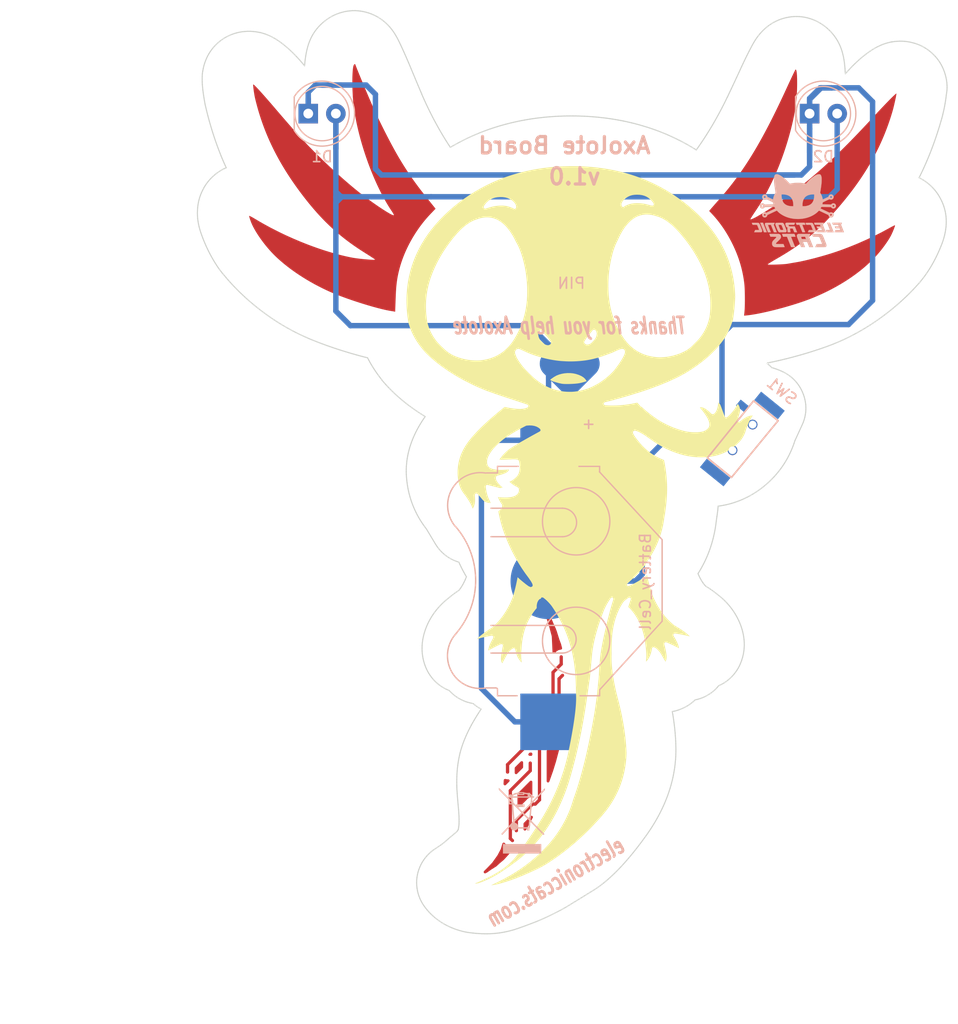
<source format=kicad_pcb>
(kicad_pcb (version 20211014) (generator pcbnew)
  (title_block (title "Axolote Board") (date "2020-02-13") (rev "1.1") (company "Electronic Cats") (comment 1 "Andrés Sabas") (comment 2 "Eduardo Contreras"))
  (layers (0 "F.Cu" signal) (31 "B.Cu" signal) (34 "B.Paste" user) (35 "F.Paste" user) (36 "B.SilkS" user "B.Silkscreen") (37 "F.SilkS" user "F.Silkscreen") (38 "B.Mask" user) (39 "F.Mask" user) (44 "Edge.Cuts" user))
  (net 0 "")
  (net 1 "Net-(BT1-Pad1)")
  (net 2 "Net-(D1-Pad1)")
  (net 3 "Net-(BT1-Pad2)")
  (net 4 "Net-(SW1-Pad1)")
  (footprint "svg2mod" (layer "F.Cu") (at 165.48 97.94)
    (fp_text reference "svg2mod" hide)
    (fp_text value "ajolote" hide)
    (fp_line (start 27.538002 -20.99985) (end 27.629263 -21.260151) (layer "Edge.Cuts") (width 0.1))
    (fp_line (start 5.472959 -30.397866) (end 5.335738 -30.195047) (layer "Edge.Cuts") (width 0.1))
    (fp_line (start -19.913076 18.143802) (end -19.812204 18.3472) (layer "Edge.Cuts") (width 0.1))
    (fp_line (start -40.549835 -35.863582) (end -40.537347 -35.606302) (layer "Edge.Cuts") (width 0.1))
    (fp_line (start -30.030516 -11.963492) (end -29.788483 -11.870247) (layer "Edge.Cuts") (width 0.1))
    (fp_line (start -35.414802 -15.039181) (end -35.21351 -14.882713) (layer "Edge.Cuts") (width 0.1))
    (fp_line (start -30.271514 -12.058385) (end -30.030516 -11.963492) (layer "Edge.Cuts") (width 0.1))
    (fp_line (start -16.764535 10.695781) (end -16.850524 10.81319) (layer "Edge.Cuts") (width 0.1))
    (fp_line (start 26.283464 -38.772372) (end 26.090345 -38.907243) (layer "Edge.Cuts") (width 0.1))
    (fp_line (start -6.605749 39.768916) (end -6.406097 39.641197) (layer "Edge.Cuts") (width 0.1))
    (fp_line (start 6.84622 3.919141) (end 6.875986 3.710781) (layer "Edge.Cuts") (width 0.1))
    (fp_line (start -13.598839 -31.677635) (end -13.835429 -31.600781) (layer "Edge.Cuts") (width 0.1))
    (fp_line (start -12.050323 42.183666) (end -11.827047 42.11941) (layer "Edge.Cuts") (width 0.1))
    (fp_line (start 3.315838 -30.503836) (end 3.080791 -30.620374) (layer "Edge.Cuts") (width 0.1))
    (fp_line (start 25.640334 -27.484083) (end 25.744085 -27.703528) (layer "Edge.Cuts") (width 0.1))
    (fp_line (start 9.324041 16.228909) (end 9.335681 15.95931) (layer "Edge.Cuts") (width 0.1))
    (fp_line (start -39.228496 -18.992805) (end -39.095368 -18.792031) (layer "Edge.Cuts") (width 0.1))
    (fp_line (start 5.793575 8.05639) (end 5.894977 7.828794) (layer "Edge.Cuts") (width 0.1))
    (fp_line (start -33.300993 -39.469218) (end -33.508304 -39.617697) (layer "Edge.Cuts") (width 0.1))
    (fp_line (start -20.684919 -35.535076) (end -20.80627 -35.824226) (layer "Edge.Cuts") (width 0.1))
    (fp_line (start 10.090673 -39.270781) (end 9.991638 -39.085791) (layer "Edge.Cuts") (width 0.1))
    (fp_line (start -40.418284 -26.081302) (end -40.405055 -26.094531) (layer "Edge.Cuts") (width 0.1))
    (fp_line (start -6.170073 -32.722343) (end -6.437478 -32.72508) (layer "Edge.Cuts") (width 0.1))
    (fp_line (start -17.063845 27.271927) (end -17.08685 27.523817) (layer "Edge.Cuts") (width 0.1))
    (fp_line (start -20.114401 17.613137) (end -20.051414 17.801911) (layer "Edge.Cuts") (width 0.1))
    (fp_line (start 7.458015 19.437901) (end 7.660481 19.303305) (layer "Edge.Cuts") (width 0.1))
    (fp_line (start -30.992329 -12.360442) (end -30.753434 -12.256697) (layer "Edge.Cuts") (width 0.1))
    (fp_line (start 13.112099 -9.075292) (end 12.895257 -9.187656) (layer "Edge.Cuts") (width 0.1))
    (fp_line (start -32.921757 -39.171317) (end -33.111375 -39.324187) (layer "Edge.Cuts") (width 0.1))
    (fp_line (start 7.402886 11.739599) (end 7.216078 11.571915) (layer "Edge.Cuts") (width 0.1))
    (fp_line (start -16.913363 31.958359) (end -16.912995 32.172598) (layer "Edge.Cuts") (width 0.1))
    (fp_line (start -40.027634 -32.737968) (end -39.96135 -32.488131) (layer "Edge.Cuts") (width 0.1))
    (fp_line (start 27.137679 -31.263705) (end 27.215875 -31.509747) (layer "Edge.Cuts") (width 0.1))
    (fp_line (start -39.807397 -38.648324) (end -39.933964 -38.447501) (layer "Edge.Cuts") (width 0.1))
    (fp_line (start -11.403137 -32.248733) (end -11.652732 -32.196074) (layer "Edge.Cuts") (width 0.1))
    (fp_line (start -22.199762 -6.620708) (end -22.006514 -6.461139) (layer "Edge.Cuts") (width 0.1))
    (fp_line (start -17.116931 29.057175) (end -17.109963 29.204365) (layer "Edge.Cuts") (width 0.1))
    (fp_line (start 5.663136 20.709519) (end 5.844111 20.617656) (layer "Edge.Cuts") (width 0.1))
    (fp_line (start -38.007163 -17.458928) (end -37.83657 -17.271901) (layer "Edge.Cuts") (width 0.1))
    (fp_line (start 6.143704 -31.445807) (end 6.011627 -31.231731) (layer "Edge.Cuts") (width 0.1))
    (fp_line (start 25.595256 -26.954427) (end 25.423277 -27.047031) (layer "Edge.Cuts") (width 0.1))
    (fp_line (start -21.89111 -38.385083) (end -21.995741 -38.6196) (layer "Edge.Cuts") (width 0.1))
    (fp_line (start -22.479535 -39.654427) (end -22.593146 -39.87381) (layer "Edge.Cuts") (width 0.1))
    (fp_line (start 17.713345 -11.818548) (end 17.952436 -11.918795) (layer "Edge.Cuts") (width 0.1))
    (fp_line (start 26.191642 -26.561637) (end 26.000103 -26.702764) (layer "Edge.Cuts") (width 0.1))
    (fp_line (start -18.259351 7.613216) (end -18.061838 7.765635) (layer "Edge.Cuts") (width 0.1))
    (fp_line (start 24.558911 -39.52198) (end 24.32753 -39.561409) (layer "Edge.Cuts") (width 0.1))
    (fp_line (start -40.78607 -25.216506) (end -40.851109 -24.987201) (layer "Edge.Cuts") (width 0.1))
    (fp_line (start 10.489202 -39.915703) (end 10.351337 -39.711753) (layer "Edge.Cuts") (width 0.1))
    (fp_line (start 8.071572 12.466836) (end 7.916275 12.276827) (layer "Edge.Cuts") (width 0.1))
    (fp_line (start 2.793858 22.559273) (end 2.752954 22.309725) (layer "Edge.Cuts") (width 0.1))
    (fp_line (start 13.72497 -2.112028) (end 13.821087 -2.354461) (layer "Edge.Cuts") (width 0.1))
    (fp_line (start -39.359132 -19.198203) (end -39.228496 -18.992805) (layer "Edge.Cuts") (width 0.1))
    (fp_line (start -15.011935 -31.171038) (end -15.245121 -31.075549) (layer "Edge.Cuts") (width 0.1))
    (fp_line (start 23.949125 -15.842641) (end 24.13426 -16.015973) (layer "Edge.Cuts") (width 0.1))
    (fp_line (start -8.496512 40.795856) (end -8.27805 40.688937) (layer "Edge.Cuts") (width 0.1))
    (fp_line (start -38.552972 -27.867239) (end -38.762502 -27.753782) (layer "Edge.Cuts") (width 0.1))
    (fp_line (start 1.887606 30.751366) (end 1.991655 30.51636) (layer "Edge.Cuts") (width 0.1))
    (fp_line (start 23.761846 -15.671413) (end 23.949125 -15.842641) (layer "Edge.Cuts") (width 0.1))
    (fp_line (start -30.908474 -38.828829) (end -30.971419 -38.541316) (layer "Edge.Cuts") (width 0.1))
    (fp_line (start -17.304391 20.601358) (end -17.102037 20.746138) (layer "Edge.Cuts") (width 0.1))
    (fp_line (start 25.681722 -39.143252) (end 25.467172 -39.243595) (layer "Edge.Cuts") (width 0.1))
    (fp_line (start 8.664918 18.249544) (end 8.794215 18.037969) (layer "Edge.Cuts") (width 0.1))
    (fp_line (start -20.000393 40.123629) (end -19.840807 40.320691) (layer "Edge.Cuts") (width 0.1))
    (fp_line (start -21.328597 -37.074739) (end -21.446348 -37.355176) (layer "Edge.Cuts") (width 0.1))
    (fp_line (start -11.827047 42.11941) (end -11.60516 42.048906) (layer "Edge.Cuts") (width 0.1))
    (fp_line (start 26.346134 -29.081995) (end 26.442213 -29.321177) (layer "Edge.Cuts") (width 0.1))
    (fp_line (start -30.767607 -39.325351) (end -30.840199 -39.089515) (layer "Edge.Cuts") (width 0.1))
    (fp_line (start 11.870463 -41.230236) (end 11.670334 -41.099346) (layer "Edge.Cuts") (width 0.1))
    (fp_line (start 27.023808 -25.710189) (end 26.875504 -25.899324) (layer "Edge.Cuts") (width 0.1))
    (fp_line (start 10.781836 -40.290529) (end 10.632579 -40.108628) (layer "Edge.Cuts") (width 0.1))
    (fp_line (start -39.271902 -30.264713) (end -39.184726 -30.021205) (layer "Edge.Cuts") (width 0.1))
    (fp_line (start -40.987139 -24.030781) (end -40.993998 -23.78723) (layer "Edge.Cuts") (width 0.1))
    (fp_line (start 7.76234 -34.428906) (end 7.644509 -34.186436) (layer "Edge.Cuts") (width 0.1))
    (fp_line (start 9.331663 15.696183) (end 9.31346 15.440091) (layer "Edge.Cuts") (width 0.1))
    (fp_line (start -19.263377 19.12962) (end -19.094937 19.304303) (layer "Edge.Cuts") (width 0.1))
    (fp_line (start 25.801168 -26.833754) (end 25.595256 -26.954427) (layer "Edge.Cuts") (width 0.1))
    (fp_line (start -17.064326 42.141839) (end -16.804222 42.220885) (layer "Edge.Cuts") (width 0.1))
    (fp_line (start -21.728419 0.760801) (end -21.697585 1.023078) (layer "Edge.Cuts") (width 0.1))
    (fp_line (start -40.708836 -25.441892) (end -40.78607 -25.216506) (layer "Edge.Cuts") (width 0.1))
    (fp_line (start -6.705779 -32.72508) (end -6.974951 -32.722343) (layer "Edge.Cuts") (width 0.1))
    (fp_line (start 18.577919 -37.372702) (end 18.545351 -37.650828) (layer "Edge.Cuts") (width 0.1))
    (fp_line (start -25.038551 -42.129108) (end -25.265867 -42.207901) (layer "Edge.Cuts") (width 0.1))
    (fp_line (start -38.635654 -28.622955) (end -38.538763 -28.400326) (layer "Edge.Cuts") (width 0.1))
    (fp_line (start 4.067483 21.557417) (end 4.264879 21.432903) (layer "Edge.Cuts") (width 0.1))
    (fp_line (start -18.495808 41.47874) (end -18.273667 41.611155) (layer "Edge.Cuts") (width 0.1))
    (fp_line (start 27.708003 -21.517729) (end 27.774331 -21.772695) (layer "Edge.Cuts") (width 0.1))
    (fp_line (start -22.006514 -6.461139) (end -21.810774 -6.30465) (layer "Edge.Cuts") (width 0.1))
    (fp_line (start -26.82697 -10.879845) (end -26.577377 -10.808023) (layer "Edge.Cuts") (width 0.1))
    (fp_line (start 27.831413 -36.529322) (end 27.757365 -36.765161) (layer "Edge.Cuts") (width 0.1))
    (fp_line (start 5.044011 20.934309) (end 5.263086 20.869116) (layer "Edge.Cuts") (width 0.1))
    (fp_line (start -17.102037 20.746138) (end -16.890794 20.875678) (layer "Edge.Cuts") (width 0.1))
    (fp_line (start -0.080071 -31.835533) (end -0.319162 -31.90396) (layer "Edge.Cuts") (width 0.1))
    (fp_line (start 13.188281 -41.764777) (end 12.956319 -41.706234) (layer "Edge.Cuts") (width 0.1))
    (fp_line (start -18.11391 19.995885) (end -17.975003 20.055416) (layer "Edge.Cuts") (width 0.1))
    (fp_line (start 8.912567 13.891616) (end 8.833903 13.712031) (layer "Edge.Cuts") (width 0.1))
    (fp_line (start 8.833903 13.712031) (end 8.72725 13.49267) (layer "Edge.Cuts") (width 0.1))
    (fp_line (start 10.267734 1.968215) (end 10.483629 1.828626) (layer "Edge.Cuts") (width 0.1))
    (fp_line (start 12.720771 -0.317822) (end 12.868798 -0.527513) (layer "Edge.Cuts") (width 0.1))
    (fp_line (start 27.976506 -35.79151) (end 27.941103 -36.042019) (layer "Edge.Cuts") (width 0.1))
    (fp_line (start 22.830361 -39.522135) (end 22.588437 -39.466247) (layer "Edge.Cuts") (width 0.1))
    (fp_line (start 11.727989 -10.057681) (end 11.977483 -10.108737) (layer "Edge.Cuts") (width 0.1))
    (fp_line (start -12.726168 42.341259) (end -12.500115 42.294359) (layer "Edge.Cuts") (width 0.1))
    (fp_line (start -7.512236 -32.708478) (end -7.779406 -32.697314) (layer "Edge.Cuts") (width 0.1))
    (fp_line (start -4.084007 38.19078) (end -3.912888 38.06607) (layer "Edge.Cuts") (width 0.1))
    (fp_line (start -4.593701 38.529947) (end -4.424385 38.422695) (layer "Edge.Cuts") (width 0.1))
    (fp_line (start -17.566937 41.956308) (end -17.318635 42.053608) (layer "Edge.Cuts") (width 0.1))
    (fp_line (start -31.933326 -12.80574) (end -31.700333 -12.68989) (layer "Edge.Cuts") (width 0.1))
    (fp_line (start -19.222178 -32.380651) (end -19.340403 -32.606623) (layer "Edge.Cuts") (width 0.1))
    (fp_line (start -21.446348 -37.355176) (end -21.561474 -37.626428) (layer "Edge.Cuts") (width 0.1))
    (fp_line (start 26.891715 -30.529609) (end 26.975627 -30.773609) (layer "Edge.Cuts") (width 0.1))
    (fp_line (start 26.536197 -29.56123) (end 26.628111 -29.802127) (layer "Edge.Cuts") (width 0.1))
    (fp_line (start -36.006215 -15.521682) (end -35.811174 -15.358665) (layer "Edge.Cuts") (width 0.1))
    (fp_line (start 19.359036 -12.586302) (end 19.588488 -12.708341) (layer "Edge.Cuts") (width 0.1))
    (fp_line (start 25.019973 -39.406975) (end 24.788277 -39.469218) (layer "Edge.Cuts") (width 0.1))
    (fp_line (start -17.318635 42.053608) (end -17.064326 42.141839) (layer "Edge.Cuts") (width 0.1))
    (fp_line (start -27.192425 -42.363098) (end -27.432939 -42.319859) (layer "Edge.Cuts") (width 0.1))
    (fp_line (start -24.179747 -8.655314) (end -24.027347 -8.460052) (layer "Edge.Cuts") (width 0.1))
    (fp_line (start 27.515935 -24.871114) (end 27.407652 -25.089114) (layer "Edge.Cuts") (width 0.1))
    (fp_line (start -16.614604 -30.441537) (end -16.837912 -30.326128) (layer "Edge.Cuts") (width 0.1))
    (fp_line (start -12.879944 -31.892195) (end -13.121074 -31.823348) (layer "Edge.Cuts") (width 0.1))
    (fp_line (start -32.352903 -38.665669) (end -32.542521 -38.842058) (layer "Edge.Cuts") (width 0.1))
    (fp_line (start 12.566432 -0.112448) (end 12.720771 -0.317822) (layer "Edge.Cuts") (width 0.1))
    (fp_line (start 27.36674 -32.003681) (end 27.439464 -32.251519) (layer "Edge.Cuts") (width 0.1))
    (fp_line (start 9.335681 15.95931) (end 9.331663 15.696183) (layer "Edge.Cuts") (width 0.1))
    (fp_line (start 11.312711 1.200158) (end 11.51011 1.026385) (layer "Edge.Cuts") (width 0.1))
    (fp_line (start -20.195538 -4.835037) (end -20.350972 -4.596252) (layer "Edge.Cuts") (width 0.1))
    (fp_line (start 11.670334 -41.099346) (end 11.476635 -40.956879) (layer "Edge.Cuts") (width 0.1))
    (fp_line (start -18.107611 -30.443962) (end -18.235765 -30.650344) (layer "Edge.Cuts") (width 0.1))
    (fp_line (start 10.93734 -40.461406) (end 10.781836 -40.290529) (layer "Edge.Cuts") (width 0.1))
    (fp_line (start 24.676411 -16.548391) (end 24.852578 -16.729938) (layer "Edge.Cuts") (width 0.1))
    (fp_line (start 23.625945 -39.602802) (end 23.391153 -39.592001) (layer "Edge.Cuts") (width 0.1))
    (fp_line (start 17.473015 -11.721505) (end 17.713345 -11.818548) (layer "Edge.Cuts") (width 0.1))
    (fp_line (start -39.356927 -30.509037) (end -39.271902 -30.264713) (layer "Edge.Cuts") (width 0.1))
    (fp_line (start -18.527321 12.193984) (end -18.701781 12.375058) (layer "Edge.Cuts") (width 0.1))
    (fp_line (start -17.00217 26.781468) (end -17.035602 27.024446) (layer "Edge.Cuts") (width 0.1))
    (fp_line (start -16.038133 23.802913) (end -16.153588 24.042768) (layer "Edge.Cuts") (width 0.1))
    (fp_line (start 6.168225 7.132174) (end 6.24899 6.89539) (layer "Edge.Cuts") (width 0.1))
    (fp_line (start -22.578403 -6.948995) (end -22.390423 -6.783334) (layer "Edge.Cuts") (width 0.1))
    (fp_line (start 18.190254 -12.022225) (end 18.426765 -12.128815) (layer "Edge.Cuts") (width 0.1))
    (fp_line (start -38.730341 -28.846688) (end -38.635654 -28.622955) (layer "Edge.Cuts") (width 0.1))
    (fp_line (start -19.340403 -32.606623) (end -19.45745 -32.834697) (layer "Edge.Cuts") (width 0.1))
    (fp_line (start 8.275632 -35.508842) (end 8.142282 -35.226042) (layer "Edge.Cuts") (width 0.1))
    (fp_line (start 27.60609 -32.867864) (end 27.666026 -33.122188) (layer "Edge.Cuts") (width 0.1))
    (fp_line (start 0.393694 -31.690468) (end 0.157555 -31.764369) (layer "Edge.Cuts") (width 0.1))
    (fp_line (start -13.391587 42.445291) (end -13.179431 42.419322) (layer "Edge.Cuts") (width 0.1))
    (fp_line (start 2.950867 23.796353) (end 2.92568 23.550599) (layer "Edge.Cuts") (width 0.1))
    (fp_line (start 18.895724 -12.351379) (end 19.128103 -12.467307) (layer "Edge.Cuts") (width 0.1))
    (fp_line (start -20.051414 17.801911) (end -19.983854 17.978902) (layer "Edge.Cuts") (width 0.1))
    (fp_line (start 7.947019 -34.813398) (end 7.880344 -34.672283) (layer "Edge.Cuts") (width 0.1))
    (fp_line (start 25.502652 -17.442656) (end 25.568798 -17.522031) (layer "Edge.Cuts") (width 0.1))
    (fp_line (start 6.789751 11.225989) (end 6.569755 11.056888) (layer "Edge.Cuts") (width 0.1))
    (fp_line (start -40.993998 -23.78723) (end -40.988118 -23.541501) (layer "Edge.Cuts") (width 0.1))
    (fp_line (start 9.091445 17.360791) (end 9.180445 17.070922) (layer "Edge.Cuts") (width 0.1))
    (fp_line (start 26.763307 -19.306234) (end 26.88417 -19.534261) (layer "Edge.Cuts") (width 0.1))
    (fp_line (start -2.517902 36.855124) (end -2.339851 36.676735) (layer "Edge.Cuts") (width 0.1))
    (fp_line (start 8.903006 2.658745) (end 9.138173 2.561497) (layer "Edge.Cuts") (width 0.1))
    (fp_line (start 2.60608 -30.843925) (end 2.366416 -30.950916) (layer "Edge.Cuts") (width 0.1))
    (fp_line (start 27.115129 -20.003105) (end 27.225154 -20.243705) (layer "Edge.Cuts") (width 0.1))
    (fp_line (start -20.421174 36.139388) (end -20.525545 36.363878) (layer "Edge.Cuts") (width 0.1))
    (fp_line (start 17.107467 -40.661858) (end 16.915453 -40.833292) (layer "Edge.Cuts") (width 0.1))
    (fp_line (start -17.120633 28.939818) (end -17.116931 29.057175) (layer "Edge.Cuts") (width 0.1))
    (fp_line (start -23.076991 -40.641102) (end -23.207139 -40.805364) (layer "Edge.Cuts") (width 0.1))
    (fp_line (start -3.294197 -32.511589) (end -3.550254 -32.544434) (layer "Edge.Cuts") (width 0.1))
    (fp_line (start -6.437478 -32.72508) (end -6.705779 -32.72508) (layer "Edge.Cuts") (width 0.1))
    (fp_line (start -39.348153 -27.352226) (end -39.527865 -27.198575) (layer "Edge.Cuts") (width 0.1))
    (fp_line (start -20.63944 4.188892) (end -20.508177 4.411927) (layer "Edge.Cuts") (width 0.1))
    (fp_line (start -36.199133 -15.686881) (end -36.006215 -15.521682) (layer "Edge.Cuts") (width 0.1))
    (fp_line (start -20.625798 -5.453724) (end -20.428524 -5.325719) (layer "Edge.Cuts") (width 0.1))
    (fp_line (start -19.316937 13.148965) (end -19.450055 13.354844) (layer "Edge.Cuts") (width 0.1))
    (fp_line (start 8.372352 18.64406) (end 8.524188 18.451757) (layer "Edge.Cuts") (width 0.1))
    (fp_line (start -29.245518 -41.477602) (end -29.446787 -41.312228) (layer "Edge.Cuts") (width 0.1))
    (fp_line (start -15.616078 42.437719) (end -15.345707 42.463144) (layer "Edge.Cuts") (width 0.1))
    (fp_line (start -38.087094 -40.11459) (end -38.304925 -40.006653) (layer "Edge.Cuts") (width 0.1))
    (fp_line (start 27.828354 -22.025156) (end 27.870183 -22.275222) (layer "Edge.Cuts") (width 0.1))
    (fp_line (start 2.763541 28.142065) (end 2.813747 27.902497) (layer "Edge.Cuts") (width 0.1))
    (fp_line (start 6.756923 4.544219) (end 6.786689 4.335859) (layer "Edge.Cuts") (width 0.1))
    (fp_line (start -0.314928 34.307502) (end -0.124077 34.054493) (layer "Edge.Cuts") (width 0.1))
    (fp_line (start -19.45745 -32.834697) (end -19.573305 -33.064858) (layer "Edge.Cuts") (width 0.1))
    (fp_line (start -29.788483 -11.870247) (end -29.545482 -11.77865) (layer "Edge.Cuts") (width 0.1))
    (fp_line (start -40.767632 -22.272572) (end -40.685318 -22.009205) (layer "Edge.Cuts") (width 0.1))
    (fp_line (start 13.702726 -8.663879) (end 13.516201 -8.812899) (layer "Edge.Cuts") (width 0.1))
    (fp_line (start -35.60738 -40.465455) (end -35.864404 -40.494614) (layer "Edge.Cuts") (width 0.1))
    (fp_line (start -16.354431 9.954948) (end -16.460754 10.174944) (layer "Edge.Cuts") (width 0.1))
    (fp_line (start -2.160888 36.492261) (end -1.980986 36.301677) (layer "Edge.Cuts") (width 0.1))
    (fp_line (start 21.39975 -38.984493) (end 21.162943 -38.844424) (layer "Edge.Cuts") (width 0.1))
    (fp_line (start -37.15068 -40.421718) (end -37.393912 -40.363788) (layer "Edge.Cuts") (width 0.1))
    (fp_line (start 5.609165 -30.602952) (end 5.472959 -30.397866) (layer "Edge.Cuts") (width 0.1))
    (fp_line (start -20.80627 -35.824226) (end -20.952465 -36.173462) (layer "Edge.Cuts") (width 0.1))
    (fp_line (start 1.991655 30.51636) (end 2.090838 30.280874) (layer "Edge.Cuts") (width 0.1))
    (fp_line (start -23.125314 -7.463945) (end -22.945942 -7.289324) (layer "Edge.Cuts") (width 0.1))
    (fp_line (start 25.820152 -17.839531) (end 25.965041 -18.034428) (layer "Edge.Cuts") (width 0.1))
    (fp_line (start 11.977483 -10.108737) (end 12.229457 -10.162274) (layer "Edge.Cuts") (width 0.1))
    (fp_line (start -17.123988 28.305027) (end -17.125588 28.573637) (layer "Edge.Cuts") (width 0.1))
    (fp_line (start 2.125213 -31.054701) (end 1.88247 -31.155269) (layer "Edge.Cuts") (width 0.1))
    (fp_line (start 5.076819 9.372864) (end 5.209177 9.159347) (layer "Edge.Cuts") (width 0.1))
    (fp_line (start -19.118939 41.031035) (end -18.918657 41.188564) (layer "Edge.Cuts") (width 0.1))
    (fp_line (start 24.317213 -16.191389) (end 24.497943 -16.368868) (layer "Edge.Cuts") (width 0.1))
    (fp_line (start -17.717035 33.608697) (end -17.730264 33.621927) (layer "Edge.Cuts") (width 0.1))
    (fp_line (start 27.816676 -33.875441) (end 27.857174 -34.123285) (layer "Edge.Cuts") (width 0.1))
    (fp_line (start -3.039308 -32.476007) (end -3.294197 -32.511589) (layer "Edge.Cuts") (width 0.1))
    (fp_line (start -40.214455 -33.489764) (end -40.154173 -33.238825) (layer "Edge.Cuts") (width 0.1))
    (fp_line (start -34.344083 -40.096197) (end -34.556294 -40.187513) (layer "Edge.Cuts") (width 0.1))
    (fp_line (start -38.500055 -18.031354) (end -38.394222 -17.905677) (layer "Edge.Cuts") (width 0.1))
    (fp_line (start -19.312443 34.822619) (end -19.507811 34.977977) (layer "Edge.Cuts") (width 0.1))
    (fp_line (start 19.816423 -12.8334) (end 20.042808 -12.961456) (layer "Edge.Cuts") (width 0.1))
    (fp_line (start 12.238984 0.285155) (end 12.405824 0.088561) (layer "Edge.Cuts") (width 0.1))
    (fp_line (start 27.899926 -22.523001) (end 27.917692 -22.768602) (layer "Edge.Cuts") (width 0.1))
    (fp_line (start 27.941103 -36.042019) (end 27.892699 -36.288116) (layer "Edge.Cuts") (width 0.1))
    (fp_line (start -20.242551 -34.488822) (end -20.349639 -34.733177) (layer "Edge.Cuts") (width 0.1))
    (fp_line (start 14.465393 -7.760767) (end 14.336746 -7.960773) (layer "Edge.Cuts") (width 0.1))
    (fp_line (start 11.479736 -10.007864) (end 11.727989 -10.057681) (layer "Edge.Cuts") (width 0.1))
    (fp_line (start -19.421038 18.943831) (end -19.263377 19.12962) (layer "Edge.Cuts") (width 0.1))
    (fp_line (start -29.991142 -40.751867) (end -30.1506 -40.545118) (layer "Edge.Cuts") (width 0.1))
    (fp_line (start 8.358142 12.862425) (end 8.218876 12.662081) (layer "Edge.Cuts") (width 0.1))
    (fp_line (start -18.123219 33.961965) (end -18.312347 34.124635) (layer "Edge.Cuts") (width 0.1))
    (fp_line (start -39.933964 -38.447501) (end -40.04914 -38.239582) (layer "Edge.Cuts") (width 0.1))
    (fp_line (start -20.221229 17.201482) (end -20.171458 17.41289) (layer "Edge.Cuts") (width 0.1))
    (fp_line (start -32.622791 -13.171225) (end -32.394589 -13.046418) (layer "Edge.Cuts") (width 0.1))
    (fp_line (start -20.498427 -4.357043) (end -20.63789 -4.117423) (layer "Edge.Cuts") (width 0.1))
    (fp_line (start 12.492878 -9.364609) (end 12.288514 -9.441974) (layer "Edge.Cuts") (width 0.1))
    (fp_line (start 27.987936 -35.099254) (end 27.997885 -35.32542) (layer "Edge.Cuts") (width 0.1))
    (fp_line (start -30.971419 -38.541316) (end -31.028026 -38.225003) (layer "Edge.Cuts") (width 0.1))
    (fp_line (start -18.787126 7.078195) (end -18.622532 7.269079) (layer "Edge.Cuts") (width 0.1))
    (fp_line (start 14.986713 -5.468989) (end 15.003655 -5.705078) (layer "Edge.Cuts") (width 0.1))
    (fp_line (start -30.454272 -40.059692) (end -30.53403 -39.903507) (layer "Edge.Cuts") (width 0.1))
    (fp_line (start 9.889443 -38.891618) (end 9.784206 -38.68826) (layer "Edge.Cuts") (width 0.1))
    (fp_line (start -16.936146 31.401999) (end -16.920345 31.702228) (layer "Edge.Cuts") (width 0.1))
    (fp_line (start 26.717984 -30.043841) (end 26.805843 -30.286344) (layer "Edge.Cuts") (width 0.1))
    (fp_line (start 9.188467 14.719641) (end 9.128251 14.497306) (layer "Edge.Cuts") (width 0.1))
    (fp_line (start 27.76435 -24.195774) (end 27.694284 -24.424226) (layer "Edge.Cuts") (width 0.1))
    (fp_line (start -16.296434 21.148304) (end -16.088048 21.21572) (layer "Edge.Cuts") (width 0.1))
    (fp_line (start 4.264879 21.432903) (end 4.454558 21.296263) (layer "Edge.Cuts") (width 0.1))
    (fp_line (start -17.00266 32.947239) (end -17.120069 33.107643) (layer "Edge.Cuts") (width 0.1))
    (fp_line (start 2.708798 22.059635) (end 2.946717 22.0123) (layer "Edge.Cuts") (width 0.1))
    (fp_line (start 9.335229 -37.782992) (end 9.216574 -37.533715) (layer "Edge.Cuts") (width 0.1))
    (fp_line (start -21.561474 -37.626428) (end -21.673977 -37.888497) (layer "Edge.Cuts") (width 0.1))
    (fp_line (start -36.894814 -40.465455) (end -37.15068 -40.421718) (layer "Edge.Cuts") (width 0.1))
    (fp_line (start 6.661426 -32.324324) (end 6.533598 -32.101378) (layer "Edge.Cuts") (width 0.1))
    (fp_line (start -16.235368 9.663906) (end -16.327972 9.888802) (layer "Edge.Cuts") (width 0.1))
    (fp_line (start -18.362876 -30.858962) (end -18.488928 -31.069801) (layer "Edge.Cuts") (width 0.1))
    (fp_line (start -40.517214 -35.361697) (end -40.491295 -35.115473) (layer "Edge.Cuts") (width 0.1))
    (fp_line (start 0.261403 33.529322) (end 0.423424 33.301081) (layer "Edge.Cuts") (width 0.1))
    (fp_line (start -20.169391 35.713789) (end -20.302288 35.922431) (layer "Edge.Cuts") (width 0.1))
    (fp_line (start 16.281923 -41.281614) (end 16.060725 -41.403693) (layer "Edge.Cuts") (width 0.1))
    (fp_line (start -32.163284 -38.48144) (end -32.352903 -38.665669) (layer "Edge.Cuts") (width 0.1))
    (fp_line (start -19.025895 12.75209) (end -19.17555 12.948047) (layer "Edge.Cuts") (width 0.1))
    (fp_line (start 12.08288 -9.511083) (end 11.876611 -9.571302) (layer "Edge.Cuts") (width 0.1))
    (fp_line (start 26.247932 -28.843711) (end 26.346134 -29.081995) (layer "Edge.Cuts") (width 0.1))
    (fp_line (start 25.423277 -27.047031) (end 25.533643 -27.265373) (layer "Edge.Cuts") (width 0.1))
    (fp_line (start 4.011743 -30.135313) (end 3.781314 -30.261294) (layer "Edge.Cuts") (width 0.1))
    (fp_line (start -15.345707 42.463144) (end -15.080296 42.482368) (layer "Edge.Cuts") (width 0.1))
    (fp_line (start 27.290299 -25.304906) (end 27.162212 -25.51199) (layer "Edge.Cuts") (width 0.1))
    (fp_line (start 6.915183 3.350164) (end 6.928903 3.168385) (layer "Edge.Cuts") (width 0.1))
    (fp_line (start -21.359924 2.54291) (end -21.278389 2.786782) (layer "Edge.Cuts") (width 0.1))
    (fp_line (start -31.784048 -38.089465) (end -31.973666 -38.289373) (layer "Edge.Cuts") (width 0.1))
    (fp_line (start -16.936514 8.314531) (end -16.829456 8.544939) (layer "Edge.Cuts") (width 0.1))
    (fp_line (start 16.71364 -40.993948) (end 16.502355 -41.143497) (layer "Edge.Cuts") (width 0.1))
    (fp_line (start -38.538763 -28.400326) (end -38.440401 -28.179166) (layer "Edge.Cuts") (width 0.1))
    (fp_line (start -14.313832 42.502831) (end -14.068265 42.49725) (layer "Edge.Cuts") (width 0.1))
    (fp_line (start 27.407652 -25.089114) (end 27.290299 -25.304906) (layer "Edge.Cuts") (width 0.1))
    (fp_line (start 7.161853 -33.238026) (end 7.038394 -33.006328) (layer "Edge.Cuts") (width 0.1))
    (fp_line (start -1.980986 36.301677) (end -1.800117 36.104959) (layer "Edge.Cuts") (width 0.1))
    (fp_line (start 3.021632 24.768893) (end 3.008366 24.527474) (layer "Edge.Cuts") (width 0.1))
    (fp_line (start 22.922965 -39.535364) (end 22.909736 -39.535364) (layer "Edge.Cuts") (width 0.1))
    (fp_line (start -21.531285 -1.944501) (end -21.590114 -1.701489) (layer "Edge.Cuts") (width 0.1))
    (fp_line (start -20.614896 36.595121) (end -20.68872 36.832335) (layer "Edge.Cuts") (width 0.1))
    (fp_line (start 24.852578 -16.729938) (end 25.026402 -16.913489) (layer "Edge.Cuts") (width 0.1))
    (fp_line (start 3.043837 25.490426) (end 3.039528 25.247864) (layer "Edge.Cuts") (width 0.1))
    (fp_line (start -22.70933 -40.08217) (end -22.828454 -40.279505) (layer "Edge.Cuts") (width 0.1))
    (fp_line (start 1.023449 32.381895) (end 1.161412 32.150608) (layer "Edge.Cuts") (width 0.1))
    (fp_line (start -38.968037 -18.613437) (end -38.830784 -18.434844) (layer "Edge.Cuts") (width 0.1))
    (fp_line (start 27.771319 -33.625976) (end 27.816676 -33.875441) (layer "Edge.Cuts") (width 0.1))
    (fp_line (start -39.96986 -20.292033) (end -39.853856 -20.064596) (layer "Edge.Cuts") (width 0.1))
    (fp_line (start 15.004888 -5.941718) (end 14.990365 -6.178266) (layer "Edge.Cuts") (width 0.1))
    (fp_line (start -26.219346 -42.396416) (end -26.463167 -42.409401) (layer "Edge.Cuts") (width 0.1))
    (fp_line (start 7.660481 19.303305) (end 7.853474 19.156078) (layer "Edge.Cuts") (width 0.1))
    (fp_line (start -17.836097 20.114948) (end -17.677347 20.273698) (layer "Edge.Cuts") (width 0.1))
    (fp_line (start 27.92359 -34.640572) (end 27.963383 -34.870548) (layer "Edge.Cuts") (width 0.1))
    (fp_line (start 1.778695 30.98588) (end 1.887606 30.751366) (layer "Edge.Cuts") (width 0.1))
    (fp_line (start -18.446428 7.447559) (end -18.259351 7.613216) (layer "Edge.Cuts") (width 0.1))
    (fp_line (start -6.974951 -32.722343) (end -7.244077 -32.716823) (layer "Edge.Cuts") (width 0.1))
    (fp_line (start -39.734637 -19.841422) (end -39.612347 -19.622584) (layer "Edge.Cuts") (width 0.1))
    (fp_line (start -20.40192 -34.866632) (end -20.446913 -34.971791) (layer "Edge.Cuts") (width 0.1))
    (fp_line (start -40.550682 -36.352109) (end -40.554704 -36.111973) (layer "Edge.Cuts") (width 0.1))
    (fp_line (start -30.691708 -39.538312) (end -30.767607 -39.325351) (layer "Edge.Cuts") (width 0.1))
    (fp_line (start 2.090838 30.280874) (end 2.185147 30.044922) (layer "Edge.Cuts") (width 0.1))
    (fp_line (start -35.010175 -14.728428) (end -34.804815 -14.576326) (layer "Edge.Cuts") (width 0.1))
    (fp_line (start -19.106097 34.68026) (end -19.312443 34.822619) (layer "Edge.Cuts") (width 0.1))
    (fp_line (start 11.109319 1.369219) (end 11.312711 1.200158) (layer "Edge.Cuts") (width 0.1))
    (fp_line (start -35.811174 -15.358665) (end -35.61403 -15.197832) (layer "Edge.Cuts") (width 0.1))
    (fp_line (start 27.225154 -20.243705) (end 27.331493 -20.488279) (layer "Edge.Cuts") (width 0.1))
    (fp_line (start -20.151201 39.91901) (end -20.000393 40.123629) (layer "Edge.Cuts") (width 0.1))
    (fp_line (start -23.429493 -41.05779) (end -23.606831 -41.232862) (layer "Edge.Cuts") (width 0.1))
    (fp_line (start -14.564359 42.502211) (end -14.313832 42.502831) (layer "Edge.Cuts") (width 0.1))
    (fp_line (start 2.366416 -30.950916) (end 2.125213 -31.054701) (layer "Edge.Cuts") (width 0.1))
    (fp_line (start 7.880344 -34.672283) (end 7.831132 -34.567124) (layer "Edge.Cuts") (width 0.1))
    (fp_line (start 20.490787 -13.226467) (end 20.712311 -13.363376) (layer "Edge.Cuts") (width 0.1))
    (fp_line (start -20.117457 14.847672) (end -20.194306 15.145587) (layer "Edge.Cuts") (width 0.1))
    (fp_line (start 17.460789 -40.287957) (end 17.289354 -40.47997) (layer "Edge.Cuts") (width 0.1))
    (fp_line (start 22.394221 -14.533377) (end 22.595391 -14.689326) (layer "Edge.Cuts") (width 0.1))
    (fp_line (start 7.183668 3.131404) (end 7.436365 3.086651) (layer "Edge.Cuts") (width 0.1))
    (fp_line (start 14.336746 -7.960773) (end 14.195788 -8.151593) (layer "Edge.Cuts") (width 0.1))
    (fp_line (start -20.89279 -3.637003) (end -21.008201 -3.396228) (layer "Edge.Cuts") (width 0.1))
    (fp_line (start -17.809019 41.850055) (end -17.566937 41.956308) (layer "Edge.Cuts") (width 0.1))
    (fp_line (start -1.066394 35.256268) (end -0.880262 35.028519) (layer "Edge.Cuts") (width 0.1))
    (fp_line (start 10.351337 -39.711753) (end 10.218617 -39.496779) (layer "Edge.Cuts") (width 0.1))
    (fp_line (start 6.460325 6.171446) (end 6.520452 5.925633) (layer "Edge.Cuts") (width 0.1))
    (fp_line (start -16.804222 42.220885) (end -16.58346 42.277729) (layer "Edge.Cuts") (width 0.1))
    (fp_line (start 23.391153 -39.592001) (end 23.156671 -39.569419) (layer "Edge.Cuts") (width 0.1))
    (fp_line (start -18.531472 19.757361) (end -18.326447 19.883265) (layer "Edge.Cuts") (width 0.1))
    (fp_line (start 5.263086 20.869116) (end 5.469461 20.793763) (layer "Edge.Cuts") (width 0.1))
    (fp_line (start -0.880262 35.028519) (end -0.692992 34.794491) (layer "Edge.Cuts") (width 0.1))
    (fp_line (start 1.88247 -31.155269) (end 1.638189 -31.252608) (layer "Edge.Cuts") (width 0.1))
    (fp_line (start -21.434275 2.296261) (end -21.359924 2.54291) (layer "Edge.Cuts") (width 0.1))
    (fp_line (start 14.842088 -4.770462) (end 14.905883 -5.001038) (layer "Edge.Cuts") (width 0.1))
    (fp_line (start 3.026887 26.216814) (end 3.037511 25.974913) (layer "Edge.Cuts") (width 0.1))
    (fp_line (start 27.870183 -22.275222) (end 27.899926 -22.523001) (layer "Edge.Cuts") (width 0.1))
    (fp_line (start -25.337035 -10.484114) (end -25.227497 -10.274564) (layer "Edge.Cuts") (width 0.1))
    (fp_line (start 19.515919 -37.53257) (end 19.320675 -37.340266) (layer "Edge.Cuts") (width 0.1))
    (fp_line (start -16.487702 9.222934) (end -16.364475 9.444522) (layer "Edge.Cuts") (width 0.1))
    (fp_line (start -30.375249 -40.200903) (end -30.454272 -40.059692) (layer "Edge.Cuts") (width 0.1))
    (fp_line (start -0.559695 -31.969649) (end -0.801647 -32.032602) (layer "Edge.Cuts") (width 0.1))
    (fp_line (start 20.267607 -13.092486) (end 20.490787 -13.226467) (layer "Edge.Cuts") (width 0.1))
    (fp_line (start 14.773798 -7.110677) (end 14.684287 -7.335213) (layer "Edge.Cuts") (width 0.1))
    (fp_line (start -4.325207 -32.626546) (end -4.58571 -32.648442) (layer "Edge.Cuts") (width 0.1))
    (fp_line (start -36.380072 -40.509193) (end -36.63779 -40.494614) (layer "Edge.Cuts") (width 0.1))
    (fp_line (start -40.619517 -25.663358) (end -40.708836 -25.441892) (layer "Edge.Cuts") (width 0.1))
    (fp_line (start -31.2298 -12.46723) (end -30.992329 -12.360442) (layer "Edge.Cuts") (width 0.1))
    (fp_line (start 6.928903 3.168385) (end 7.183668 3.131404) (layer "Edge.Cuts") (width 0.1))
    (fp_line (start -21.766787 0.251144) (end -21.75193 0.496094) (layer "Edge.Cuts") (width 0.1))
    (fp_line (start -23.260055 -40.87151) (end -23.429493 -41.05779) (layer "Edge.Cuts") (width 0.1))
    (fp_line (start 26.000103 -26.702764) (end 25.801168 -26.833754) (layer "Edge.Cuts") (width 0.1))
    (fp_line (start 8.209736 18.825911) (end 8.372352 18.64406) (layer "Edge.Cuts") (width 0.1))
    (fp_line (start 8.142282 -35.226042) (end 8.033538 -34.996106) (layer "Edge.Cuts") (width 0.1))
    (fp_line (start 8.180955 2.906445) (end 8.424288 2.831287) (layer "Edge.Cuts") (width 0.1))
    (fp_line (start -16.605785 8.999141) (end -16.487702 9.222934) (layer "Edge.Cuts") (width 0.1))
    (fp_line (start 3.011295 26.458468) (end 3.026887 26.216814) (layer "Edge.Cuts") (width 0.1))
    (fp_line (start 8.988828 14.082732) (end 8.912567 13.891616) (layer "Edge.Cuts") (width 0.1))
    (fp_line (start 26.717718 -26.079215) (end 26.550867 -26.249683) (layer "Edge.Cuts") (width 0.1))
    (fp_line (start -21.612634 -6.151266) (end -21.41219 -6.001011) (layer "Edge.Cuts") (width 0.1))
    (fp_line (start 2.813747 27.902497) (end 2.859025 27.662592) (layer "Edge.Cuts") (width 0.1))
    (fp_line (start -17.116968 28.040459) (end -17.123988 28.305027) (layer "Edge.Cuts") (width 0.1))
    (fp_line (start -7.426061 40.251884) (end -7.218037 40.135638) (layer "Edge.Cuts") (width 0.1))
    (fp_line (start -20.262357 16.979222) (end -20.221229 17.201482) (layer "Edge.Cuts") (width 0.1))
    (fp_line (start 18.013612 -39.46353) (end 17.909111 -39.654427) (layer "Edge.Cuts") (width 0.1))
    (fp_line (start 0.896109 -31.525138) (end 0.645671 -31.609446) (layer "Edge.Cuts") (width 0.1))
    (fp_line (start 27.611479 -24.649412) (end 27.515935 -24.871114) (layer "Edge.Cuts") (width 0.1))
    (fp_line (start -22.945942 -7.289324) (end -22.763607 -7.117666) (layer "Edge.Cuts") (width 0.1))
    (fp_line (start -32.542521 -38.842058) (end -32.732139 -39.010607) (layer "Edge.Cuts") (width 0.1))
    (fp_line (start 11.598308 -9.831966) (end 11.453277 -9.954948) (layer "Edge.Cuts") (width 0.1))
    (fp_line (start 14.913868 -6.648514) (end 14.851803 -6.880927) (layer "Edge.Cuts") (width 0.1))
    (fp_line (start 22.110172 -39.315403) (end 21.8729 -39.219518) (layer "Edge.Cuts") (width 0.1))
    (fp_line (start 6.816455 4.1275) (end 6.84622 3.919141) (layer "Edge.Cuts") (width 0.1))
    (fp_line (start 3.648069 21.768593) (end 3.862002 21.669436) (layer "Edge.Cuts") (width 0.1))
    (fp_line (start -21.783855 -38.141382) (end -21.89111 -38.385083) (layer "Edge.Cuts") (width 0.1))
    (fp_line (start -27.822758 -11.183612) (end -27.574328 -11.105199) (layer "Edge.Cuts") (width 0.1))
    (fp_line (start -1.044995 -32.092817) (end -1.289716 -32.150296) (layer "Edge.Cuts") (width 0.1))
    (fp_line (start -27.325511 -11.028433) (end -27.07637 -10.953315) (layer "Edge.Cuts") (width 0.1))
    (fp_line (start 18.405204 -38.405924) (end 18.343422 -38.634717) (layer "Edge.Cuts") (width 0.1))
    (fp_line (start 12.956319 -41.706234) (end 12.728859 -41.635288) (layer "Edge.Cuts") (width 0.1))
    (fp_line (start 27.670675 -36.995155) (end 27.571461 -37.218829) (layer "Edge.Cuts") (width 0.1))
    (fp_line (start -18.312347 34.124635) (end -18.401024 34.194708) (layer "Edge.Cuts") (width 0.1))
    (fp_line (start 23.381018 -15.335346) (end 23.572464 -15.502308) (layer "Edge.Cuts") (width 0.1))
    (fp_line (start 27.997885 -35.32542) (end 27.993863 -35.547776) (layer "Edge.Cuts") (width 0.1))
    (fp_line (start 27.331493 -20.488279) (end 27.434111 -20.736718) (layer "Edge.Cuts") (width 0.1))
    (fp_line (start 25.533643 -27.265373) (end 25.640334 -27.484083) (layer "Edge.Cuts") (width 0.1))
    (fp_line (start -11.652732 -32.196074) (end -11.900974 -32.140701) (layer "Edge.Cuts") (width 0.1))
    (fp_line (start 6.011627 -31.231731) (end 5.878507 -31.019892) (layer "Edge.Cuts") (width 0.1))
    (fp_line (start 22.595391 -14.689326) (end 22.794695 -14.847517) (layer "Edge.Cuts") (width 0.1))
    (fp_line (start -17.63766 33.542552) (end -17.650889 33.555781) (layer "Edge.Cuts") (width 0.1))
    (fp_line (start 6.473713 20.200461) (end 6.661991 20.033033) (layer "Edge.Cuts") (width 0.1))
    (fp_line (start -38.965114 -27.630009) (end -39.16045 -27.496097) (layer "Edge.Cuts") (width 0.1))
    (fp_line (start -17.650889 33.555781) (end -17.717035 33.608697) (layer "Edge.Cuts") (width 0.1))
    (fp_line (start -40.988118 -23.541501) (end -40.9695 -23.293377) (layer "Edge.Cuts") (width 0.1))
    (fp_line (start -17.267243 33.238281) (end -17.399535 33.344114) (layer "Edge.Cuts") (width 0.1))
    (fp_line (start -29.301576 -11.688701) (end -29.05683 -11.6004) (layer "Edge.Cuts") (width 0.1))
    (fp_line (start 16.499409 -11.364289) (end 16.744944 -11.449844) (layer "Edge.Cuts") (width 0.1))
    (fp_line (start -19.913076 5.271823) (end -19.079639 6.660885) (layer "Edge.Cuts") (width 0.1))
    (fp_line (start 9.676047 -38.475719) (end 9.565085 -38.253994) (layer "Edge.Cuts") (width 0.1))
    (fp_line (start -18.401024 34.194708) (end -18.555433 34.30819) (layer "Edge.Cuts") (width 0.1))
    (fp_line (start 11.453277 -9.954948) (end 11.479736 -9.994635) (layer "Edge.Cuts") (width 0.1))
    (fp_line (start 26.88417 -19.534261) (end 27.001456 -19.766588) (layer "Edge.Cuts") (width 0.1))
    (fp_line (start 14.005847 -10.599378) (end 14.257845 -10.668453) (layer "Edge.Cuts") (width 0.1))
    (fp_line (start -21.590114 -1.701489) (end -21.640808 -1.458209) (layer "Edge.Cuts") (width 0.1))
    (fp_line (start -28.070736 -11.263674) (end -27.822758 -11.183612) (layer "Edge.Cuts") (width 0.1))
    (fp_line (start -24.47026 -9.050602) (end -24.327385 -8.852164) (layer "Edge.Cuts") (width 0.1))
    (fp_line (start -18.344593 12.017871) (end -18.527321 12.193984) (layer "Edge.Cuts") (width 0.1))
    (fp_line (start -39.6695 -38.841693) (end -39.807397 -38.648324) (layer "Edge.Cuts") (width 0.1))
    (fp_line (start 26.81234 -38.305052) (end 26.644938 -38.470879) (layer "Edge.Cuts") (width 0.1))
    (fp_line (start 27.92359 -34.614114) (end 27.92359 -34.640572) (layer "Edge.Cuts") (width 0.1))
    (fp_line (start -21.464333 -2.187233) (end -21.531285 -1.944501) (layer "Edge.Cuts") (width 0.1))
    (fp_line (start -36.389907 -15.854263) (end -36.199133 -15.686881) (layer "Edge.Cuts") (width 0.1))
    (fp_line (start -13.360713 -31.751826) (end -13.598839 -31.677635) (layer "Edge.Cuts") (width 0.1))
    (fp_line (start -40.04914 -38.239582) (end -40.152866 -38.024923) (layer "Edge.Cuts") (width 0.1))
    (fp_line (start 18.195605 -39.064282) (end 18.109018 -39.267167) (layer "Edge.Cuts") (width 0.1))
    (fp_line (start -11.152211 -32.298672) (end -11.403137 -32.248733) (layer "Edge.Cuts") (width 0.1))
    (fp_line (start 5.575294 8.504608) (end 5.687015 8.281665) (layer "Edge.Cuts") (width 0.1))
    (fp_line (start -16.759724 25.641598) (end -16.817451 25.856406) (layer "Edge.Cuts") (width 0.1))
    (fp_line (start 16.060725 -41.403693) (end 15.834153 -41.5119) (layer "Edge.Cuts") (width 0.1))
    (fp_line (start -37.393912 -40.363788) (end -37.631269 -40.293237) (layer "Edge.Cuts") (width 0.1))
    (fp_line (start -18.235765 -30.650344) (end -18.362876 -30.858962) (layer "Edge.Cuts") (width 0.1))
    (fp_line (start 26.510995 -18.863512) (end 26.638903 -19.082615) (layer "Edge.Cuts") (width 0.1))
    (fp_line (start -16.919916 26.309382) (end -16.963592 26.543082) (layer "Edge.Cuts") (width 0.1))
    (fp_line (start -10.474764 41.63906) (end -10.255991 41.555706) (layer "Edge.Cuts") (width 0.1))
    (fp_line (start -15.651742 23.07535) (end -15.772347 23.289948) (layer "Edge.Cuts") (width 0.1))
    (fp_line (start 6.875986 3.710781) (end 6.898524 3.529003) (layer "Edge.Cuts") (width 0.1))
    (fp_line (start -20.032139 -5.073385) (end -20.195538 -4.835037) (layer "Edge.Cuts") (width 0.1))
    (fp_line (start 15.602895 -41.606142) (end 15.367641 -41.686329) (layer "Edge.Cuts") (width 0.1))
    (fp_line (start -38.304925 -40.006653) (end -38.515613 -39.886413) (layer "Edge.Cuts") (width 0.1))
    (fp_line (start 15.260504 -10.961234) (end 15.509674 -11.038549) (layer "Edge.Cuts") (width 0.1))
    (fp_line (start 6.404697 -31.880638) (end 6.27473 -31.662112) (layer "Edge.Cuts") (width 0.1))
    (fp_line (start 26.638903 -19.082615) (end 26.763307 -19.306234) (layer "Edge.Cuts") (width 0.1))
    (fp_line (start 18.545351 -37.650828) (end 18.505893 -37.915036) (layer "Edge.Cuts") (width 0.1))
    (fp_line (start 26.628111 -29.802127) (end 26.717984 -30.043841) (layer "Edge.Cuts") (width 0.1))
    (fp_line (start 26.37537 -26.41055) (end 26.191642 -26.561637) (layer "Edge.Cuts") (width 0.1))
    (fp_line (start -20.31331 15.987861) (end -20.320319 16.250429) (layer "Edge.Cuts") (width 0.1))
    (fp_line (start -17.63765 8.029085) (end -17.412048 8.139282) (layer "Edge.Cuts") (width 0.1))
    (fp_line (start -33.715942 -39.754525) (end -33.924234 -39.879812) (layer "Edge.Cuts") (width 0.1))
    (fp_line (start -16.923285 32.484218) (end -16.943128 32.659505) (layer "Edge.Cuts") (width 0.1))
    (fp_line (start -20.024498 -34.006077) (end -20.134165 -34.246451) (layer "Edge.Cuts") (width 0.1))
    (fp_line (start 18.661933 -12.23854) (end 18.895724 -12.351379) (layer "Edge.Cuts") (width 0.1))
    (fp_line (start -20.302288 35.922431) (end -20.421174 36.139388) (layer "Edge.Cuts") (width 0.1))
    (fp_line (start 25.436506 -17.363281) (end 25.449736 -17.37651) (layer "Edge.Cuts") (width 0.1))
    (fp_line (start -18.786737 34.4688) (end -19.106097 34.68026) (layer "Edge.Cuts") (width 0.1))
    (fp_line (start -4.254496 38.309647) (end -4.084007 38.19078) (layer "Edge.Cuts") (width 0.1))
    (fp_line (start -37.631269 -40.293237) (end -37.862436 -40.210144) (layer "Edge.Cuts") (width 0.1))
    (fp_line (start -17.500407 11.319206) (end -17.705765 11.480222) (layer "Edge.Cuts") (width 0.1))
    (fp_line (start -38.914287 -39.609342) (end -39.101638 -39.452669) (layer "Edge.Cuts") (width 0.1))
    (fp_line (start -4.424385 38.422695) (end -4.254496 38.309647) (layer "Edge.Cuts") (width 0.1))
    (fp_line (start -39.280576 -39.28401) (end -39.359951 -39.204635) (layer "Edge.Cuts") (width 0.1))
    (fp_line (start -20.810822 37.572976) (end -20.817207 37.822394) (layer "Edge.Cuts") (width 0.1))
    (fp_line (start -15.275116 22.44359) (end -15.402663 22.651939) (layer "Edge.Cuts") (width 0.1))
    (fp_line (start -17.178157 8.23457) (end -16.936514 8.314531) (layer "Edge.Cuts") (width 0.1))
    (fp_line (start 27.051757 -38.040766) (end 26.891715 -38.225677) (layer "Edge.Cuts") (width 0.1))
    (fp_line (start -25.976077 -42.368917) (end -26.219346 -42.396416) (layer "Edge.Cuts") (width 0.1))
    (fp_line (start 21.571685 -13.932403) (end 21.779919 -14.079183) (layer "Edge.Cuts") (width 0.1))
    (fp_line (start -18.737798 -31.498084) (end -18.860585 -31.715498) (layer "Edge.Cuts") (width 0.1))
    (fp_line (start -20.508177 4.411927) (end -20.369889 4.631788) (layer "Edge.Cuts") (width 0.1))
    (fp_line (start -20.602463 39.037555) (end -20.512109 39.268094) (layer "Edge.Cuts") (width 0.1))
    (fp_line (start -20.134165 -34.246451) (end -20.242551 -34.488822) (layer "Edge.Cuts") (width 0.1))
    (fp_line (start 19.711707 -37.717579) (end 19.515919 -37.53257) (layer "Edge.Cuts") (width 0.1))
    (fp_line (start -30.53403 -39.903507) (end -30.613512 -39.730372) (layer "Edge.Cuts") (width 0.1))
    (fp_line (start -19.812204 18.3472) (end -19.70141 18.540677) (layer "Edge.Cuts") (width 0.1))
    (fp_line (start 2.359126 29.57167) (end 2.438784 29.334396) (layer "Edge.Cuts") (width 0.1))
    (fp_line (start -21.214877 -2.913615) (end -21.306116 -2.671803) (layer "Edge.Cuts") (width 0.1))
    (fp_line (start 26.875504 -25.899324) (end 26.717718 -26.079215) (layer "Edge.Cuts") (width 0.1))
    (fp_line (start 25.304215 -17.21776) (end 25.436506 -17.363281) (layer "Edge.Cuts") (width 0.1))
    (fp_line (start -1.43536 35.693026) (end -1.251418 35.477762) (layer "Edge.Cuts") (width 0.1))
    (fp_line (start -34.986922 -40.336935) (end -35.205993 -40.39526) (layer "Edge.Cuts") (width 0.1))
    (fp_line (start 4.636888 21.147864) (end 4.812236 20.988073) (layer "Edge.Cuts") (width 0.1))
    (fp_line (start -1.251418 35.477762) (end -1.066394 35.256268) (layer "Edge.Cuts") (width 0.1))
    (fp_line (start 8.612375 13.277857) (end 8.489324 13.067729) (layer "Edge.Cuts") (width 0.1))
    (fp_line (start 24.497943 -16.368868) (end 24.676411 -16.548391) (layer "Edge.Cuts") (width 0.1))
    (fp_line (start 9.31346 15.440091) (end 9.282544 15.191595) (layer "Edge.Cuts") (width 0.1))
    (fp_line (start 14.400442 -41.864677) (end 14.155541 -41.873206) (layer "Edge.Cuts") (width 0.1))
    (fp_line (start -39.439816 -30.754137) (end -39.356927 -30.509037) (layer "Edge.Cuts") (width 0.1))
    (fp_line (start -3.395474 37.656637) (end -3.221557 37.508311) (layer "Edge.Cuts") (width 0.1))
    (fp_line (start -40.385771 -34.36708) (end -40.343653 -34.114376) (layer "Edge.Cuts") (width 0.1))
    (fp_line (start -17.705765 11.480222) (end -17.922883 11.655937) (layer "Edge.Cuts") (width 0.1))
    (fp_line (start -12.147838 -32.08262) (end -12.393303 -32.021838) (layer "Edge.Cuts") (width 0.1))
    (fp_line (start -29.05683 -11.6004) (end -28.811308 -11.513746) (layer "Edge.Cuts") (width 0.1))
    (fp_line (start 22.794695 -14.847517) (end 22.992094 -15.00793) (layer "Edge.Cuts") (width 0.1))
    (fp_line (start -3.046869 37.354022) (end -2.871383 37.193743) (layer "Edge.Cuts") (width 0.1))
    (fp_line (start 4.240633 -30.006208) (end 4.011743 -30.135313) (layer "Edge.Cuts") (width 0.1))
    (fp_line (start -34.385497 -14.275354) (end -34.171599 -14.127171) (layer "Edge.Cuts") (width 0.1))
    (fp_line (start -16.671931 20.988073) (end -16.49085 21.071998) (layer "Edge.Cuts") (width 0.1))
    (fp_line (start -15.271293 21.596614) (end -15.081743 21.720638) (layer "Edge.Cuts") (width 0.1))
    (fp_line (start -22.19713 -39.061082) (end -22.293889 -39.268047) (layer "Edge.Cuts") (width 0.1))
    (fp_line (start -14.819847 42.49539) (end -14.564359 42.502211) (layer "Edge.Cuts") (width 0.1))
    (fp_line (start 20.30016 -38.226657) (end 20.104045 -38.06484) (layer "Edge.Cuts") (width 0.1))
    (fp_line (start -19.311508 40.865367) (end -19.118939 41.031035) (layer "Edge.Cuts") (width 0.1))
    (fp_line (start 27.91722 -23.253654) (end 27.898111 -23.492994) (layer "Edge.Cuts") (width 0.1))
    (fp_line (start 12.485152 -10.219531) (end 12.739477 -10.278719) (layer "Edge.Cuts") (width 0.1))
    (fp_line (start -15.915463 23.560733) (end -16.038133 23.802913) (layer "Edge.Cuts") (width 0.1))
    (fp_line (start -6.242901 39.544728) (end -6.070668 39.440746) (layer "Edge.Cuts") (width 0.1))
    (fp_line (start -11.60516 42.048906) (end -11.578701 42.035677) (layer "Edge.Cuts") (width 0.1))
    (fp_line (start 27.857174 -34.123285) (end 27.892812 -34.36951) (layer "Edge.Cuts") (width 0.1))
    (fp_line (start -3.56865 37.799022) (end -3.395474 37.656637) (layer "Edge.Cuts") (width 0.1))
    (fp_line (start -5.638038 -32.708658) (end -5.903585 -32.716869) (layer "Edge.Cuts") (width 0.1))
    (fp_line (start -20.320319 16.250429) (end -20.313259 16.503385) (layer "Edge.Cuts") (width 0.1))
    (fp_line (start 13.274623 -1.181985) (end 13.397012 -1.408443) (layer "Edge.Cuts") (width 0.1))
    (fp_line (start 4.693796 -29.73867) (end 4.467984 -29.873989) (layer "Edge.Cuts") (width 0.1))
    (fp_line (start 7.284202 -33.471893) (end 7.161853 -33.238026) (layer "Edge.Cuts") (width 0.1))
    (fp_line (start -23.207139 -40.805364) (end -23.260055 -40.87151) (layer "Edge.Cuts") (width 0.1))
    (fp_line (start 1.392368 -31.346707) (end 1.145008 -31.437554) (layer "Edge.Cuts") (width 0.1))
    (fp_line (start -18.326447 19.883265) (end -18.11391 19.995885) (layer "Edge.Cuts") (width 0.1))
    (fp_line (start -24.182575 -41.688993) (end -24.387842 -41.817395) (layer "Edge.Cuts") (width 0.1))
    (fp_line (start 14.762766 -4.543009) (end 14.842088 -4.770462) (layer "Edge.Cuts") (width 0.1))
    (fp_line (start -36.122122 -40.509193) (end -36.380072 -40.509193) (layer "Edge.Cuts") (width 0.1))
    (fp_line (start -15.936212 -30.771349) (end -16.163754 -30.664195) (layer "Edge.Cuts") (width 0.1))
    (fp_line (start 6.788172 -32.54947) (end 6.661426 -32.324324) (layer "Edge.Cuts") (width 0.1))
    (fp_line (start 17.770994 -39.874858) (end 17.621444 -40.086144) (layer "Edge.Cuts") (width 0.1))
    (fp_line (start -19.094937 19.304303) (end -18.91637 19.467444) (layer "Edge.Cuts") (width 0.1))
    (fp_line (start 8.972406 -37.007609) (end 8.847132 -36.730781) (layer "Edge.Cuts") (width 0.1))
    (fp_line (start -20.25166 15.43513) (end -20.290876 15.715991) (layer "Edge.Cuts") (width 0.1))
    (fp_line (start 26.045048 -28.369948) (end 26.147579 -28.606353) (layer "Edge.Cuts") (width 0.1))
    (fp_line (start -20.446913 -34.971791) (end -20.507542 -35.114494) (layer "Edge.Cuts") (width 0.1))
    (fp_line (start -22.097747 -38.844933) (end -22.19713 -39.061082) (layer "Edge.Cuts") (width 0.1))
    (fp_line (start -25.497775 -42.273832) (end -25.73391 -42.326718) (layer "Edge.Cuts") (width 0.1))
    (fp_line (start 23.156671 -39.569419) (end 22.922965 -39.535364) (layer "Edge.Cuts") (width 0.1))
    (fp_line (start -8.837735 -32.624606) (end -9.099616 -32.599448) (layer "Edge.Cuts") (width 0.1))
    (fp_line (start -15.016318 22.034758) (end -15.146179 22.237785) (layer "Edge.Cuts") (width 0.1))
    (fp_line (start -33.955791 -13.98187) (end -33.738109 -13.839462) (layer "Edge.Cuts") (width 0.1))
    (fp_line (start 14.905883 -5.001038) (end 14.954107 -5.234095) (layer "Edge.Cuts") (width 0.1))
    (fp_line (start -39.520331 -39.027249) (end -39.6695 -38.841693) (layer "Edge.Cuts") (width 0.1))
    (fp_line (start 2.934773 27.181824) (end 2.965233 26.940986) (layer "Edge.Cuts") (width 0.1))
    (fp_line (start 26.468487 -38.626785) (end 26.283464 -38.772372) (layer "Edge.Cuts") (width 0.1))
    (fp_line (start 13.910779 -41.867127) (end 13.666843 -41.846349) (layer "Edge.Cuts") (width 0.1))
    (fp_line (start 18.993412 -36.994874) (end 18.831233 -36.819465) (layer "Edge.Cuts") (width 0.1))
    (fp_line (start -17.003259 30.601231) (end -16.962972 31.055468) (layer "Edge.Cuts") (width 0.1))
    (fp_line (start -16.362849 24.514784) (end -16.456656 24.746587) (layer "Edge.Cuts") (width 0.1))
    (fp_line (start -38.762502 -27.753782) (end -38.965114 -27.630009) (layer "Edge.Cuts") (width 0.1))
    (fp_line (start -18.918657 41.188564) (end -18.710876 41.337838) (layer "Edge.Cuts") (width 0.1))
    (fp_line (start -24.027347 -8.446823) (end -23.97443 -8.380677) (layer "Edge.Cuts") (width 0.1))
    (fp_line (start 7.216078 11.571915) (end 7.021507 11.410156) (layer "Edge.Cuts") (width 0.1))
    (fp_line (start -40.272764 -33.740989) (end -40.214455 -33.489764) (layer "Edge.Cuts") (width 0.1))
    (fp_line (start 2.844205 -30.733741) (end 2.60608 -30.843925) (layer "Edge.Cuts") (width 0.1))
    (fp_line (start -18.488928 -31.069801) (end -18.613907 -31.282847) (layer "Edge.Cuts") (width 0.1))
    (fp_line (start 9.095594 -37.275254) (end 8.972406 -37.007609) (layer "Edge.Cuts") (width 0.1))
    (fp_line (start -20.349639 -34.733177) (end -20.349639 -34.746406) (layer "Edge.Cuts") (width 0.1))
    (fp_line (start 14.155541 -41.873206) (end 13.910779 -41.867127) (layer "Edge.Cuts") (width 0.1))
    (fp_line (start 1.161412 32.150608) (end 1.294548 31.918751) (layer "Edge.Cuts") (width 0.1))
    (fp_line (start 0.733059 32.842706) (end 0.880663 32.612598) (layer "Edge.Cuts") (width 0.1))
    (fp_line (start -9.154379 41.104209) (end -8.934522 41.003802) (layer "Edge.Cuts") (width 0.1))
    (fp_line (start -39.750275 -31.74148) (end -39.675797 -31.493684) (layer "Edge.Cuts") (width 0.1))
    (fp_line (start -9.878411 -32.507323) (end -10.135651 -32.471086) (layer "Edge.Cuts") (width 0.1))
    (fp_line (start 12.229457 -10.162274) (end 12.485152 -10.219531) (layer "Edge.Cuts") (width 0.1))
    (fp_line (start 20.925361 -38.688697) (end 20.885673 -38.662239) (layer "Edge.Cuts") (width 0.1))
    (fp_line (start -37.310938 -16.723915) (end -37.131177 -16.545619) (layer "Edge.Cuts") (width 0.1))
    (fp_line (start -35.864404 -40.494614) (end -36.122122 -40.509193) (layer "Edge.Cuts") (width 0.1))
    (fp_line (start -18.982254 -31.935074) (end -19.10279 -32.156796) (layer "Edge.Cuts") (width 0.1))
    (fp_line (start -20.736592 38.561367) (end -20.677382 38.801689) (layer "Edge.Cuts") (width 0.1))
    (fp_line (start -37.131177 -16.545619) (end -36.949174 -16.369506) (layer "Edge.Cuts") (width 0.1))
    (fp_line (start -38.341305 -17.839531) (end -38.175415 -17.648138) (layer "Edge.Cuts") (width 0.1))
    (fp_line (start -30.297972 -40.329114) (end -30.375249 -40.200903) (layer "Edge.Cuts") (width 0.1))
    (fp_line (start 27.579631 -32.748802) (end 27.60609 -32.867864) (layer "Edge.Cuts") (width 0.1))
    (fp_line (start -20.072319 5.061785) (end -19.913076 5.271823) (layer "Edge.Cuts") (width 0.1))
    (fp_line (start -39.527865 -27.198575) (end -39.699228 -27.035322) (layer "Edge.Cuts") (width 0.1))
    (fp_line (start -2.339851 36.676735) (end -2.160888 36.492261) (layer "Edge.Cuts") (width 0.1))
    (fp_line (start 12.076702 -41.349414) (end 11.870463 -41.230236) (layer "Edge.Cuts") (width 0.1))
    (fp_line (start 21.779919 -14.079183) (end 21.986446 -14.228286) (layer "Edge.Cuts") (width 0.1))
    (fp_line (start 3.037511 25.974913) (end 3.043164 25.73278) (layer "Edge.Cuts") (width 0.1))
    (fp_line (start -10.391674 -32.432096) (end -10.646457 -32.39036) (layer "Edge.Cuts") (width 0.1))
    (fp_line (start -35.21351 -14.882713) (end -35.010175 -14.728428) (layer "Edge.Cuts") (width 0.1))
    (fp_line (start -40.460286 -34.867628) (end -40.42488 -34.618164) (layer "Edge.Cuts") (width 0.1))
    (fp_line (start -16.917038 32.347149) (end -16.923285 32.484218) (layer "Edge.Cuts") (width 0.1))
    (fp_line (start 13.424423 -41.810781) (end 13.188281 -41.764777) (layer "Edge.Cuts") (width 0.1))
    (fp_line (start 3.008366 24.527474) (end 2.992175 24.284863) (layer "Edge.Cuts") (width 0.1))
    (fp_line (start -37.83657 -17.271901) (end -37.663654 -17.087056) (layer "Edge.Cuts") (width 0.1))
    (fp_line (start 5.458415 8.725209) (end 5.575294 8.504608) (layer "Edge.Cuts") (width 0.1))
    (fp_line (start 18.603872 -37.079601) (end 18.577919 -37.372702) (layer "Edge.Cuts") (width 0.1))
    (fp_line (start -21.761973 -0.482675) (end -21.771795 -0.238254) (layer "Edge.Cuts") (width 0.1))
    (fp_line (start -12.500115 42.294359) (end -12.274756 42.241905) (layer "Edge.Cuts") (width 0.1))
    (fp_line (start -32.164756 -12.924586) (end -31.933326 -12.80574) (layer "Edge.Cuts") (width 0.1))
    (fp_line (start -34.770465 -40.267723) (end -34.986922 -40.336935) (layer "Edge.Cuts") (width 0.1))
    (fp_line (start 13.993277 -2.850885) (end 14.667965 -4.319323) (layer "Edge.Cuts") (width 0.1))
    (fp_line (start -16.68516 10.576719) (end -16.764535 10.695781) (layer "Edge.Cuts") (width 0.1))
    (fp_line (start 5.469461 20.793763) (end 5.663136 20.709519) (layer "Edge.Cuts") (width 0.1))
    (fp_line (start 27.92359 -23.012135) (end 27.91722 -23.253654) (layer "Edge.Cuts") (width 0.1))
    (fp_line (start -19.079639 6.660885) (end -18.939674 6.875325) (layer "Edge.Cuts") (width 0.1))
    (fp_line (start -14.541329 -31.352868) (end -14.777337 -31.263494) (layer "Edge.Cuts") (width 0.1))
    (fp_line (start 27.963383 -34.870548) (end 27.987936 -35.099254) (layer "Edge.Cuts") (width 0.1))
    (fp_line (start 9.247895 16.785277) (end 9.29527 16.504419) (layer "Edge.Cuts") (width 0.1))
    (fp_line (start 18.623486 -36.770468) (end 18.603872 -37.079601) (layer "Edge.Cuts") (width 0.1))
    (fp_line (start 15.010703 -10.885567) (end 15.260504 -10.961234) (layer "Edge.Cuts") (width 0.1))
    (fp_line (start 17.621444 -40.086144) (end 17.460789 -40.287957) (layer "Edge.Cuts") (width 0.1))
    (fp_line (start -18.273667 41.611155) (end -18.044666 41.734965) (layer "Edge.Cuts") (width 0.1))
    (fp_line (start 13.753381 -10.53195) (end 14.005847 -10.599378) (layer "Edge.Cuts") (width 0.1))
    (fp_line (start -40.894044 -22.789072) (end -40.837208 -22.532455) (layer "Edge.Cuts") (width 0.1))
    (fp_line (start 23.187548 -15.170547) (end 23.381018 -15.335346) (layer "Edge.Cuts") (width 0.1))
    (fp_line (start -15.89141 42.406093) (end -15.616078 42.437719) (layer "Edge.Cuts") (width 0.1))
    (fp_line (start -10.899977 -32.345882) (end -11.152211 -32.298672) (layer "Edge.Cuts") (width 0.1))
    (fp_line (start -0.504557 34.55416) (end -0.314928 34.307502) (layer "Edge.Cuts") (width 0.1))
    (fp_line (start 1.638189 -31.252608) (end 1.392368 -31.346707) (layer "Edge.Cuts") (width 0.1))
    (fp_line (start 13.821087 -2.354461) (end 13.910536 -2.600763) (layer "Edge.Cuts") (width 0.1))
    (fp_line (start 2.866055 23.056453) (end 2.831546 22.808206) (layer "Edge.Cuts") (width 0.1))
    (fp_line (start -16.389885 -30.554242) (end -16.614604 -30.441537) (layer "Edge.Cuts") (width 0.1))
    (fp_line (start -6.406097 39.641197) (end -6.242901 39.544728) (layer "Edge.Cuts") (width 0.1))
    (fp_line (start 2.965233 26.940986) (end 2.990742 26.699863) (layer "Edge.Cuts") (width 0.1))
    (fp_line (start -17.730264 33.621927) (end -17.928211 33.793416) (layer "Edge.Cuts") (width 0.1))
    (fp_line (start 18.343422 -38.634717) (end 18.273648 -38.853817) (layer "Edge.Cuts") (width 0.1))
    (fp_line (start -17.280296 -30.087383) (end -17.499371 -29.964142) (layer "Edge.Cuts") (width 0.1))
    (fp_line (start 10.90453 1.52906) (end 11.109319 1.369219) (layer "Edge.Cuts") (width 0.1))
    (fp_line (start 21.162943 -38.844424) (end 20.925361 -38.688697) (layer "Edge.Cuts") (width 0.1))
    (fp_line (start -4.835293 38.677374) (end -4.593701 38.529947) (layer "Edge.Cuts") (width 0.1))
    (fp_line (start 6.273371 20.353284) (end 6.473713 20.200461) (layer "Edge.Cuts") (width 0.1))
    (fp_line (start -19.70141 18.540677) (end -19.567267 18.747371) (layer "Edge.Cuts") (width 0.1))
    (fp_line (start -31.700333 -12.68989) (end -31.465813 -12.57705) (layer "Edge.Cuts") (width 0.1))
    (fp_line (start -21.016671 -5.717082) (end -20.821969 -5.583933) (layer "Edge.Cuts") (width 0.1))
    (fp_line (start 5.336375 8.943459) (end 5.458415 8.725209) (layer "Edge.Cuts") (width 0.1))
    (fp_line (start -39.861884 -26.862648) (end -40.015476 -26.680729) (layer "Edge.Cuts") (width 0.1))
    (fp_line (start -19.450055 13.354844) (end -19.574906 13.565683) (layer "Edge.Cuts") (width 0.1))
    (fp_line (start -29.03543 -41.631543) (end -29.245518 -41.477602) (layer "Edge.Cuts") (width 0.1))
    (fp_line (start -17.117619 11.039801) (end -17.304971 11.172521) (layer "Edge.Cuts") (width 0.1))
    (fp_line (start -16.871187 26.08046) (end -16.919916 26.309382) (layer "Edge.Cuts") (width 0.1))
    (fp_line (start 5.844111 20.617656) (end 6.062868 20.492138) (layer "Edge.Cuts") (width 0.1))
    (fp_line (start 8.435969 -35.850142) (end 8.275632 -35.508842) (layer "Edge.Cuts") (width 0.1))
    (fp_line (start -40.42488 -34.618164) (end -40.385771 -34.36708) (layer "Edge.Cuts") (width 0.1))
    (fp_line (start -33.508304 -39.617697) (end -33.715942 -39.754525) (layer "Edge.Cuts") (width 0.1))
    (fp_line (start 3.183395 21.948841) (end 3.417592 21.868019) (layer "Edge.Cuts") (width 0.1))
    (fp_line (start 6.533598 -32.101378) (end 6.404697 -31.880638) (layer "Edge.Cuts") (width 0.1))
    (fp_line (start 8.424288 2.831287) (end 8.665008 2.748697) (layer "Edge.Cuts") (width 0.1))
    (fp_line (start -20.428524 -5.325719) (end -20.230515 -5.199185) (layer "Edge.Cuts") (width 0.1))
    (fp_line (start -12.274756 42.241905) (end -12.050323 42.183666) (layer "Edge.Cuts") (width 0.1))
    (fp_line (start -38.910159 -29.295989) (end -38.822087 -29.071155) (layer "Edge.Cuts") (width 0.1))
    (fp_line (start -9.819222 41.387447) (end -9.596574 41.296342) (layer "Edge.Cuts") (width 0.1))
    (fp_line (start -9.375012 41.201826) (end -9.154379 41.104209) (layer "Edge.Cuts") (width 0.1))
    (fp_line (start 1.422849 31.686337) (end 1.546311 31.453378) (layer "Edge.Cuts") (width 0.1))
    (fp_line (start -15.146179 22.237785) (end -15.275116 22.44359) (layer "Edge.Cuts") (width 0.1))
    (fp_line (start -19.801376 -33.531382) (end -19.913563 -33.767716) (layer "Edge.Cuts") (width 0.1))
    (fp_line (start -16.890794 20.875678) (end -16.671931 20.988073) (layer "Edge.Cuts") (width 0.1))
    (fp_line (start 0.157555 -31.764369) (end -0.080071 -31.835533) (layer "Edge.Cuts") (width 0.1))
    (fp_line (start -16.850524 10.81319) (end -16.936514 10.920677) (layer "Edge.Cuts") (width 0.1))
    (fp_line (start -14.07046 -31.521272) (end -14.30391 -31.439114) (layer "Edge.Cuts") (width 0.1))
    (fp_line (start -11.134491 41.882301) (end -10.913858 41.802668) (layer "Edge.Cuts") (width 0.1))
    (fp_line (start 8.847132 -36.730781) (end 8.625675 -36.255576) (layer "Edge.Cuts") (width 0.1))
    (fp_line (start -0.801647 -32.032602) (end -1.044995 -32.092817) (layer "Edge.Cuts") (width 0.1))
    (fp_line (start -29.446787 -41.312228) (end -29.638582 -41.135857) (layer "Edge.Cuts") (width 0.1))
    (fp_line (start -18.867972 12.561094) (end -19.025895 12.75209) (layer "Edge.Cuts") (width 0.1))
    (fp_line (start 6.27473 -31.662112) (end 6.143704 -31.445807) (layer "Edge.Cuts") (width 0.1))
    (fp_line (start -24.387842 -41.817395) (end -24.599172 -41.933671) (layer "Edge.Cuts") (width 0.1))
    (fp_line (start 0.580645 33.072205) (end 0.733059 32.842706) (layer "Edge.Cuts") (width 0.1))
    (fp_line (start -24.816197 -42.037636) (end -25.038551 -42.129108) (layer "Edge.Cuts") (width 0.1))
    (fp_line (start 2.583411 28.858617) (end 2.648368 28.620138) (layer "Edge.Cuts") (width 0.1))
    (fp_line (start 7.644509 -34.186436) (end 7.525537 -33.946106) (layer "Edge.Cuts") (width 0.1))
    (fp_line (start 19.128103 -12.467307) (end 19.359036 -12.586302) (layer "Edge.Cuts") (width 0.1))
    (fp_line (start -16.460754 10.174944) (end -16.570017 10.383181) (layer "Edge.Cuts") (width 0.1))
    (fp_line (start -23.791703 -41.396542) (end -23.98374 -41.548647) (layer "Edge.Cuts") (width 0.1))
    (fp_line (start -8.059743 40.580468) (end -7.847069 40.474454) (layer "Edge.Cuts") (width 0.1))
    (fp_line (start -27.432939 -42.319859) (end -27.671248 -42.263022) (layer "Edge.Cuts") (width 0.1))
    (fp_line (start 12.288728 -41.45674) (end 12.076702 -41.349414) (layer "Edge.Cuts") (width 0.1))
    (fp_line (start -40.903844 -24.753975) (end -40.944166 -24.51683) (layer "Edge.Cuts") (width 0.1))
    (fp_line (start -35.219222 -40.39526) (end -35.351514 -40.421718) (layer "Edge.Cuts") (width 0.1))
    (fp_line (start 25.24643 -39.331635) (end 25.019973 -39.406975) (layer "Edge.Cuts") (width 0.1))
    (fp_line (start -27.9068 -42.192773) (end -28.139046 -42.109294) (layer "Edge.Cuts") (width 0.1))
    (fp_line (start -7.011874 40.016291) (end -6.807727 39.893999) (layer "Edge.Cuts") (width 0.1))
    (fp_line (start 26.106606 -18.234383) (end 26.24481 -18.439287) (layer "Edge.Cuts") (width 0.1))
    (fp_line (start 24.32753 -39.561409) (end 24.094599 -39.587816) (layer "Edge.Cuts") (width 0.1))
    (fp_line (start 8.218876 12.662081) (end 8.071572 12.466836) (layer "Edge.Cuts") (width 0.1))
    (fp_line (start -8.045563 -32.683339) (end -8.310686 -32.666558) (layer "Edge.Cuts") (width 0.1))
    (fp_line (start -17.099075 29.387486) (end -17.083613 29.612636) (layer "Edge.Cuts") (width 0.1))
    (fp_line (start -21.640808 -1.458209) (end -21.683355 -1.214674) (layer "Edge.Cuts") (width 0.1))
    (fp_line (start 2.752954 22.309725) (end 2.708798 22.059635) (layer "Edge.Cuts") (width 0.1))
    (fp_line (start -16.261826 24.280117) (end -16.362849 24.514784) (layer "Edge.Cuts") (width 0.1))
    (fp_line (start -0.124077 34.054493) (end 0.068023 33.795108) (layer "Edge.Cuts") (width 0.1))
    (fp_line (start -21.673977 -37.888497) (end -21.783855 -38.141382) (layer "Edge.Cuts") (width 0.1))
    (fp_line (start 9.370401 2.457023) (end 9.599579 2.345389) (layer "Edge.Cuts") (width 0.1))
    (fp_line (start 6.913831 -32.776807) (end 6.788172 -32.54947) (layer "Edge.Cuts") (width 0.1))
    (fp_line (start -19.913563 -33.767716) (end -20.024498 -34.006077) (layer "Edge.Cuts") (width 0.1))
    (fp_line (start 27.892699 -36.288116) (end 27.831413 -36.529322) (layer "Edge.Cuts") (width 0.1))
    (fp_line (start -12.637346 -31.95836) (end -12.879944 -31.892195) (layer "Edge.Cuts") (width 0.1))
    (fp_line (start -17.399535 33.344114) (end -17.513636 33.443333) (layer "Edge.Cuts") (width 0.1))
    (fp_line (start 9.180445 17.070922) (end 9.247895 16.785277) (layer "Edge.Cuts") (width 0.1))
    (fp_line (start -39.612347 -19.622584) (end -39.48713 -19.408154) (layer "Edge.Cuts") (width 0.1))
    (fp_line (start 5.687015 8.281665) (end 5.793575 8.05639) (layer "Edge.Cuts") (width 0.1))
    (fp_line (start 16.502355 -41.143497) (end 16.281923 -41.281614) (layer "Edge.Cuts") (width 0.1))
    (fp_line (start 2.274578 29.808516) (end 2.359126 29.57167) (layer "Edge.Cuts") (width 0.1))
    (fp_line (start 27.993863 -35.547776) (end 27.976506 -35.765052) (layer "Edge.Cuts") (width 0.1))
    (fp_line (start -22.593146 -39.87381) (end -22.70933 -40.08217) (layer "Edge.Cuts") (width 0.1))
    (fp_line (start -15.402663 22.651939) (end -15.52836 22.862603) (layer "Edge.Cuts") (width 0.1))
    (fp_line (start 13.319202 -8.950205) (end 13.112099 -9.075292) (layer "Edge.Cuts") (width 0.1))
    (fp_line (start -20.63789 -4.117423) (end -20.769349 -3.877405) (layer "Edge.Cuts") (width 0.1))
    (fp_line (start -40.5365 -36.584625) (end -40.550682 -36.352109) (layer "Edge.Cuts") (width 0.1))
    (fp_line (start 6.661991 20.033033) (end 6.836298 19.850364) (layer "Edge.Cuts") (width 0.1))
    (fp_line (start -20.880813 3.733494) (end -20.763659 3.962731) (layer "Edge.Cuts") (width 0.1))
    (fp_line (start -40.297132 -20.9992) (end -40.191642 -20.759407) (layer "Edge.Cuts") (width 0.1))
    (fp_line (start 20.932146 -13.50319) (end 21.150257 -13.645885) (layer "Edge.Cuts") (width 0.1))
    (fp_line (start 11.886771 0.664898) (end 12.065953 0.477284) (layer "Edge.Cuts") (width 0.1))
    (fp_line (start -20.817207 37.822394) (end -20.80678 38.070846) (layer "Edge.Cuts") (width 0.1))
    (fp_line (start -40.496588 -21.490636) (end -40.398829 -21.242967) (layer "Edge.Cuts") (width 0.1))
    (fp_line (start -5.287008 38.956221) (end -5.066322 38.819574) (layer "Edge.Cuts") (width 0.1))
    (fp_line (start -33.924234 -39.879812) (end -34.133505 -39.993667) (layer "Edge.Cuts") (width 0.1))
    (fp_line (start 26.442213 -29.321177) (end 26.536197 -29.56123) (layer "Edge.Cuts") (width 0.1))
    (fp_line (start -14.30391 -31.439114) (end -14.541329 -31.352868) (layer "Edge.Cuts") (width 0.1))
    (fp_line (start 14.760305 -10.811548) (end 15.010703 -10.885567) (layer "Edge.Cuts") (width 0.1))
    (fp_line (start 1.546311 31.453378) (end 1.664928 31.219888) (layer "Edge.Cuts") (width 0.1))
    (fp_line (start 6.625227 5.42732) (end 6.669875 5.17484) (layer "Edge.Cuts") (width 0.1))
    (fp_line (start 13.145764 -0.959644) (end 13.274623 -1.181985) (layer "Edge.Cuts") (width 0.1))
    (fp_line (start -19.567267 18.747371) (end -19.421038 18.943831) (layer "Edge.Cuts") (width 0.1))
    (fp_line (start -5.066322 38.819574) (end -4.835293 38.677374) (layer "Edge.Cuts") (width 0.1))
    (fp_line (start -40.245083 -37.803884) (end -40.32573 -37.576821) (layer "Edge.Cuts") (width 0.1))
    (fp_line (start 5.991219 7.598886) (end 6.082302 7.366676) (layer "Edge.Cuts") (width 0.1))
    (fp_line (start -2.69507 37.027452) (end -2.517902 36.855124) (layer "Edge.Cuts") (width 0.1))
    (fp_line (start -31.973666 -38.289373) (end -32.163284 -38.48144) (layer "Edge.Cuts") (width 0.1))
    (fp_line (start -38.440401 -28.179166) (end -38.341305 -27.959843) (layer "Edge.Cuts") (width 0.1))
    (fp_line (start -4.065782 -32.601912) (end -4.325207 -32.626546) (layer "Edge.Cuts") (width 0.1))
    (fp_line (start 1.145008 -31.437554) (end 0.896109 -31.525138) (layer "Edge.Cuts") (width 0.1))
    (fp_line (start -5.903585 -32.716869) (end -6.170073 -32.722343) (layer "Edge.Cuts") (width 0.1))
    (fp_line (start 2.185147 30.044922) (end 2.274578 29.808516) (layer "Edge.Cuts") (width 0.1))
    (fp_line (start -18.153597 11.846719) (end -18.344593 12.017871) (layer "Edge.Cuts") (width 0.1))
    (fp_line (start -15.52836 22.862603) (end -15.651742 23.07535) (layer "Edge.Cuts") (width 0.1))
    (fp_line (start 12.895257 -9.187656) (end 12.695337 -9.279625) (layer "Edge.Cuts") (width 0.1))
    (fp_line (start -30.1506 -40.545118) (end -30.297972 -40.329114) (layer "Edge.Cuts") (width 0.1))
    (fp_line (start 27.757365 -36.765161) (end 27.670675 -36.995155) (layer "Edge.Cuts") (width 0.1))
    (fp_line (start -20.507542 -35.114494) (end -20.58611 -35.300377) (layer "Edge.Cuts") (width 0.1))
    (fp_line (start 3.781314 -30.261294) (end 3.549345 -30.384139) (layer "Edge.Cuts") (width 0.1))
    (fp_line (start -21.683355 -1.214674) (end -21.717739 -0.970899) (layer "Edge.Cuts") (width 0.1))
    (fp_line (start -0.319162 -31.90396) (end -0.559695 -31.969649) (layer "Edge.Cuts") (width 0.1))
    (fp_line (start 6.062868 20.492138) (end 6.273371 20.353284) (layer "Edge.Cuts") (width 0.1))
    (fp_line (start 13.87841 -8.503652) (end 13.702726 -8.663879) (layer "Edge.Cuts") (width 0.1))
    (fp_line (start -10.913858 41.802668) (end -10.694001 41.721484) (layer "Edge.Cuts") (width 0.1))
    (fp_line (start 9.128251 14.497306) (end 9.061214 14.284816) (layer "Edge.Cuts") (width 0.1))
    (fp_line (start -36.578519 -16.023828) (end -36.389907 -15.854263) (layer "Edge.Cuts") (width 0.1))
    (fp_line (start -31.465813 -12.57705) (end -31.2298 -12.46723) (layer "Edge.Cuts") (width 0.1))
    (fp_line (start -16.976201 32.881093) (end -17.00266 32.947239) (layer "Edge.Cuts") (width 0.1))
    (fp_line (start -24.87031 -9.655439) (end -24.741722 -9.452239) (layer "Edge.Cuts") (width 0.1))
    (fp_line (start -17.104573 27.780025) (end -17.116968 28.040459) (layer "Edge.Cuts") (width 0.1))
    (fp_line (start 2.97302 24.041132) (end 2.950867 23.796353) (layer "Edge.Cuts") (width 0.1))
    (fp_line (start 17.231482 -11.627692) (end 17.473015 -11.721505) (layer "Edge.Cuts") (width 0.1))
    (fp_line (start -9.619977 -32.5408) (end -9.878411 -32.507323) (layer "Edge.Cuts") (width 0.1))
    (fp_line (start 8.625675 -36.255576) (end 8.435969 -35.850142) (layer "Edge.Cuts") (width 0.1))
    (fp_line (start -36.764948 -16.195576) (end -36.578519 -16.023828) (layer "Edge.Cuts") (width 0.1))
    (fp_line (start -25.227497 -10.274564) (end -25.113197 -10.066602) (layer "Edge.Cuts") (width 0.1))
    (fp_line (start -28.318196 -11.345384) (end -28.070736 -11.263674) (layer "Edge.Cuts") (width 0.1))
    (fp_line (start -29.820252 -40.948925) (end -29.991142 -40.751867) (layer "Edge.Cuts") (width 0.1))
    (fp_line (start -40.554704 -36.111973) (end -40.549835 -35.863582) (layer "Edge.Cuts") (width 0.1))
    (fp_line (start 14.581363 -7.552078) (end 14.465393 -7.760767) (layer "Edge.Cuts") (width 0.1))
    (fp_line (start -16.694781 25.423034) (end -16.759724 25.641598) (layer "Edge.Cuts") (width 0.1))
    (fp_line (start -21.389273 -2.429671) (end -21.464333 -2.187233) (layer "Edge.Cuts") (width 0.1))
    (fp_line (start 25.449736 -17.37651) (end 25.502652 -17.442656) (layer "Edge.Cuts") (width 0.1))
    (fp_line (start 7.775569 -34.442135) (end 7.76234 -34.428906) (layer "Edge.Cuts") (width 0.1))
    (fp_line (start -39.101638 -39.452669) (end -39.280576 -39.28401) (layer "Edge.Cuts") (width 0.1))
    (fp_line (start 14.509341 -10.739176) (end 14.760305 -10.811548) (layer "Edge.Cuts") (width 0.1))
    (fp_line (start 6.324594 6.656334) (end 6.39504 6.415016) (layer "Edge.Cuts") (width 0.1))
    (fp_line (start -20.194306 15.145587) (end -20.25166 15.43513) (layer "Edge.Cuts") (width 0.1))
    (fp_line (start 12.739477 -10.278719) (end 12.993494 -10.339555) (layer "Edge.Cuts") (width 0.1))
    (fp_line (start 21.361784 -13.787963) (end 21.571685 -13.932403) (layer "Edge.Cuts") (width 0.1))
    (fp_line (start 11.109817 -40.637772) (end 10.93734 -40.461406) (layer "Edge.Cuts") (width 0.1))
    (fp_line (start -21.717739 -0.970899) (end -21.74395 -0.726895) (layer "Edge.Cuts") (width 0.1))
    (fp_line (start -33.111375 -39.324187) (end -33.300993 -39.469218) (layer "Edge.Cuts") (width 0.1))
    (fp_line (start -15.772347 23.289948) (end -15.785576 23.316406) (layer "Edge.Cuts") (width 0.1))
    (fp_line (start 2.897421 23.303942) (end 2.866055 23.056453) (layer "Edge.Cuts") (width 0.1))
    (fp_line (start 13.512893 -1.63897) (end 13.622226 -1.873515) (layer "Edge.Cuts") (width 0.1))
    (fp_line (start 9.784206 -38.68826) (end 9.676047 -38.475719) (layer "Edge.Cuts") (width 0.1))
    (fp_line (start 21.636248 -39.109369) (end 21.39975 -38.984493) (layer "Edge.Cuts") (width 0.1))
    (fp_line (start 25.694475 -17.680781) (end 25.820152 -17.839531) (layer "Edge.Cuts") (width 0.1))
    (fp_line (start -20.80678 38.070846) (end -20.779816 38.317462) (layer "Edge.Cuts") (width 0.1))
    (fp_line (start -20.171458 17.41289) (end -20.114401 17.613137) (layer "Edge.Cuts") (width 0.1))
    (fp_line (start -19.691488 13.781484) (end -19.799802 14.002246) (layer "Edge.Cuts") (width 0.1))
    (fp_line (start 6.786689 4.335859) (end 6.816455 4.1275) (layer "Edge.Cuts") (width 0.1))
    (fp_line (start -15.245121 -31.075549) (end -15.476896 -30.977073) (layer "Edge.Cuts") (width 0.1))
    (fp_line (start 25.965041 -18.034428) (end 26.106606 -18.234383) (layer "Edge.Cuts") (width 0.1))
    (fp_line (start 19.588488 -12.708341) (end 19.816423 -12.8334) (layer "Edge.Cuts") (width 0.1))
    (fp_line (start -20.78735 37.323467) (end -20.810822 37.572976) (layer "Edge.Cuts") (width 0.1))
    (fp_line (start -16.364475 9.444522) (end -16.235368 9.663906) (layer "Edge.Cuts") (width 0.1))
    (fp_line (start 26.379619 -18.649033) (end 26.510995 -18.863512) (layer "Edge.Cuts") (width 0.1))
    (fp_line (start -39.893037 -32.238744) (end -39.822684 -31.989846) (layer "Edge.Cuts") (width 0.1))
    (fp_line (start 7.246403 19.559323) (end 7.458015 19.437901) (layer "Edge.Cuts") (width 0.1))
    (fp_line (start -12.952683 42.382836) (end -12.726168 42.341259) (layer "Edge.Cuts") (width 0.1))
    (fp_line (start 1.664928 31.219888) (end 1.778695 30.98588) (layer "Edge.Cuts") (width 0.1))
    (fp_line (start -23.97443 -8.380677) (end -23.811286 -8.191592) (layer "Edge.Cuts") (width 0.1))
    (fp_line (start 7.797 -34.492287) (end 7.775569 -34.442135) (layer "Edge.Cuts") (width 0.1))
    (fp_line (start 20.885673 -38.662239) (end 20.691192 -38.525574) (layer "Edge.Cuts") (width 0.1))
    (fp_line (start -1.618251 35.902084) (end -1.43536 35.693026) (layer "Edge.Cuts") (width 0.1))
    (fp_line (start -20.769349 -3.877405) (end -20.89279 -3.637003) (layer "Edge.Cuts") (width 0.1))
    (fp_line (start 11.479736 -9.994635) (end 11.479736 -10.007864) (layer "Edge.Cuts") (width 0.1))
    (fp_line (start 9.282544 15.191595) (end 9.240389 14.951258) (layer "Edge.Cuts") (width 0.1))
    (fp_line (start -25.829944 -10.603667) (end -25.584959 -10.540951) (layer "Edge.Cuts") (width 0.1))
    (fp_line (start -23.98374 -41.548647) (end -24.182575 -41.688993) (layer "Edge.Cuts") (width 0.1))
    (fp_line (start -19.672655 40.510078) (end -19.496151 40.691676) (layer "Edge.Cuts") (width 0.1))
    (fp_line (start 4.454558 21.296263) (end 4.636888 21.147864) (layer "Edge.Cuts") (width 0.1))
    (fp_line (start 6.082302 7.366676) (end 6.168225 7.132174) (layer "Edge.Cuts") (width 0.1))
    (fp_line (start -20.821969 -5.583933) (end -20.625798 -5.453724) (layer "Edge.Cuts") (width 0.1))
    (fp_line (start -21.995741 -38.6196) (end -22.097747 -38.844933) (layer "Edge.Cuts") (width 0.1))
    (fp_line (start -26.577377 -10.808023) (end -26.327655 -10.737849) (layer "Edge.Cuts") (width 0.1))
    (fp_line (start -39.184726 -30.021205) (end -39.095386 -29.778554) (layer "Edge.Cuts") (width 0.1))
    (fp_line (start -20.230515 -5.199185) (end -20.032139 -5.073385) (layer "Edge.Cuts") (width 0.1))
    (fp_line (start 5.279176 9.804037) (end 5.169423 9.584531) (layer "Edge.Cuts") (width 0.1))
    (fp_line (start -37.663654 -17.087056) (end -37.488437 -16.904394) (layer "Edge.Cuts") (width 0.1))
    (fp_line (start -20.369889 4.631788) (end -20.224597 4.848423) (layer "Edge.Cuts") (width 0.1))
    (fp_line (start 9.138173 2.561497) (end 9.370401 2.457023) (layer "Edge.Cuts") (width 0.1))
    (fp_line (start -20.02299 35.514241) (end -20.169391 35.713789) (layer "Edge.Cuts") (width 0.1))
    (fp_line (start -24.608372 -9.250627) (end -24.47026 -9.050602) (layer "Edge.Cuts") (width 0.1))
    (fp_line (start 5.197512 -29.994501) (end 5.058286 -29.796236) (layer "Edge.Cuts") (width 0.1))
    (fp_line (start -26.706988 -42.408053) (end -26.950258 -42.392558) (layer "Edge.Cuts") (width 0.1))
    (fp_line (start -20.290876 15.715991) (end -20.31331 15.987861) (layer "Edge.Cuts") (width 0.1))
    (fp_line (start -32.849326 -13.298993) (end -32.622791 -13.171225) (layer "Edge.Cuts") (width 0.1))
    (fp_line (start 9.451439 -38.023084) (end 9.335229 -37.782992) (layer "Edge.Cuts") (width 0.1))
    (fp_line (start 22.992094 -15.00793) (end 23.187548 -15.170547) (layer "Edge.Cuts") (width 0.1))
    (fp_line (start -8.934522 41.003802) (end -8.715284 40.900914) (layer "Edge.Cuts") (width 0.1))
    (fp_line (start 27.33594 -37.645303) (end 27.199872 -37.847149) (layer "Edge.Cuts") (width 0.1))
    (fp_line (start -19.687952 -33.297091) (end -19.801376 -33.531382) (layer "Edge.Cuts") (width 0.1))
    (fp_line (start -40.152866 -38.024923) (end -40.245083 -37.803884) (layer "Edge.Cuts") (width 0.1))
    (fp_line (start 21.8729 -39.219518) (end 21.636248 -39.109369) (layer "Edge.Cuts") (width 0.1))
    (fp_line (start 12.288514 -9.441974) (end 12.08288 -9.511083) (layer "Edge.Cuts") (width 0.1))
    (fp_line (start 6.569755 11.056888) (end 6.360048 10.902487) (layer "Edge.Cuts") (width 0.1))
    (fp_line (start -21.008201 -3.396228) (end -21.115567 -3.155094) (layer "Edge.Cuts") (width 0.1))
    (fp_line (start 2.992175 24.284863) (end 2.97302 24.041132) (layer "Edge.Cuts") (width 0.1))
    (fp_line (start 4.918069 -29.60026) (end 4.693796 -29.73867) (layer "Edge.Cuts") (width 0.1))
    (fp_line (start -15.785576 23.316406) (end -15.915463 23.560733) (layer "Edge.Cuts") (width 0.1))
    (fp_line (start 22.191227 -14.379691) (end 22.394221 -14.533377) (layer "Edge.Cuts") (width 0.1))
    (fp_line (start -15.626826 21.318802) (end -15.4534 21.462669) (layer "Edge.Cuts") (width 0.1))
    (fp_line (start -40.837208 -22.532455) (end -40.767632 -22.272572) (layer "Edge.Cuts") (width 0.1))
    (fp_line (start -9.360371 -32.57151) (end -9.619977 -32.5408) (layer "Edge.Cuts") (width 0.1))
    (fp_line (start 25.845631 -27.924076) (end 25.945707 -28.146093) (layer "Edge.Cuts") (width 0.1))
    (fp_line (start 27.215875 -31.509747) (end 27.292219 -31.756415) (layer "Edge.Cuts") (width 0.1))
    (fp_line (start 27.199872 -37.847149) (end 27.051757 -38.040766) (layer "Edge.Cuts") (width 0.1))
    (fp_line (start 22.909736 -39.535364) (end 22.830361 -39.522135) (layer "Edge.Cuts") (width 0.1))
    (fp_line (start -17.062926 29.885912) (end -17.036359 30.213411) (layer "Edge.Cuts") (width 0.1))
    (fp_line (start 27.292219 -31.756415) (end 27.36674 -32.003681) (layer "Edge.Cuts") (width 0.1))
    (fp_line (start -16.962972 32.77526) (end -16.976201 32.867864) (layer "Edge.Cuts") (width 0.1))
    (fp_line (start 2.990742 26.699863) (end 3.011295 26.458468) (layer "Edge.Cuts") (width 0.1))
    (fp_line (start -22.388024 -39.465829) (end -22.479535 -39.654427) (layer "Edge.Cuts") (width 0.1))
    (fp_line (start -5.109856 -32.684024) (end -5.373454 -32.69771) (layer "Edge.Cuts") (width 0.1))
    (fp_line (start 20.712311 -13.363376) (end 20.932146 -13.50319) (layer "Edge.Cuts") (width 0.1))
    (fp_line (start -17.848231 -30.037968) (end -17.978427 -30.239832) (layer "Edge.Cuts") (width 0.1))
    (fp_line (start 9.991638 -39.085791) (end 9.889443 -38.891618) (layer "Edge.Cuts") (width 0.1))
    (fp_line (start 26.975627 -30.773609) (end 27.057606 -31.018317) (layer "Edge.Cuts") (width 0.1))
    (fp_line (start -25.584959 -10.540951) (end -25.337035 -10.484114) (layer "Edge.Cuts") (width 0.1))
    (fp_line (start -40.154173 -33.238825) (end -40.091904 -32.988213) (layer "Edge.Cuts") (width 0.1))
    (fp_line (start -6.807727 39.893999) (end -6.605749 39.768916) (layer "Edge.Cuts") (width 0.1))
    (fp_line (start -7.244077 -32.716823) (end -7.512236 -32.708478) (layer "Edge.Cuts") (width 0.1))
    (fp_line (start -38.515613 -39.886413) (end -38.718839 -39.75395) (layer "Edge.Cuts") (width 0.1))
    (fp_line (start 15.367641 -41.686329) (end 15.129079 -41.752367) (layer "Edge.Cuts") (width 0.1))
    (fp_line (start 27.917692 -22.768602) (end 27.92359 -23.012135) (layer "Edge.Cuts") (width 0.1))
    (fp_line (start -35.351514 -40.421718) (end -35.60738 -40.465455) (layer "Edge.Cuts") (width 0.1))
    (fp_line (start 8.665008 2.748697) (end 8.903006 2.658745) (layer "Edge.Cuts") (width 0.1))
    (fp_line (start -39.520582 -30.999973) (end -39.439816 -30.754137) (layer "Edge.Cuts") (width 0.1))
    (fp_line (start 0.645671 -31.609446) (end 0.393694 -31.690468) (layer "Edge.Cuts") (width 0.1))
    (fp_line (start -2.871383 37.193743) (end -2.69507 37.027452) (layer "Edge.Cuts") (width 0.1))
    (fp_line (start -18.701781 12.375058) (end -18.867972 12.561094) (layer "Edge.Cuts") (width 0.1))
    (fp_line (start -13.82766 42.485468) (end -13.606684 42.468319) (layer "Edge.Cuts") (width 0.1))
    (fp_line (start -13.121074 -31.823348) (end -13.360713 -31.751826) (layer "Edge.Cuts") (width 0.1))
    (fp_line (start -34.133505 -39.993667) (end -34.344083 -40.096197) (layer "Edge.Cuts") (width 0.1))
    (fp_line (start -17.109963 29.204365) (end -17.099075 29.387486) (layer "Edge.Cuts") (width 0.1))
    (fp_line (start 2.92568 23.550599) (end 2.897421 23.303942) (layer "Edge.Cuts") (width 0.1))
    (fp_line (start -17.125588 28.573637) (end -17.121722 28.846198) (layer "Edge.Cuts") (width 0.1))
    (fp_line (start 26.805843 -30.286344) (end 26.891715 -30.529609) (layer "Edge.Cuts") (width 0.1))
    (fp_line (start 15.129079 -41.752367) (end 14.8879 -41.804166) (layer "Edge.Cuts") (width 0.1))
    (fp_line (start -28.59141 -41.903385) (end -28.817176 -41.773616) (layer "Edge.Cuts") (width 0.1))
    (fp_line (start -40.091904 -32.988213) (end -40.027634 -32.737968) (layer "Edge.Cuts") (width 0.1))
    (fp_line (start 22.588437 -39.466247) (end 22.34853 -39.397491) (layer "Edge.Cuts") (width 0.1))
    (fp_line (start -40.191642 -20.759407) (end -40.082503 -20.523661) (layer "Edge.Cuts") (width 0.1))
    (fp_line (start 2.831546 22.808206) (end 2.793858 22.559273) (layer "Edge.Cuts") (width 0.1))
    (fp_line (start 22.34853 -39.397491) (end 22.110172 -39.315403) (layer "Edge.Cuts") (width 0.1))
    (fp_line (start -17.496584 20.443243) (end -17.304391 20.601358) (layer "Edge.Cuts") (width 0.1))
    (fp_line (start 0.423424 33.301081) (end 0.580645 33.072205) (layer "Edge.Cuts") (width 0.1))
    (fp_line (start 13.397012 -1.408443) (end 13.512893 -1.63897) (layer "Edge.Cuts") (width 0.1))
    (fp_line (start -16.962972 31.055468) (end -16.936146 31.401999) (layer "Edge.Cuts") (width 0.1))
    (fp_line (start -24.599172 -41.933671) (end -24.816197 -42.037636) (layer "Edge.Cuts") (width 0.1))
    (fp_line (start -21.75193 0.496094) (end -21.728419 0.760801) (layer "Edge.Cuts") (width 0.1))
    (fp_line (start -16.912995 32.172598) (end -16.917038 32.347149) (layer "Edge.Cuts") (width 0.1))
    (fp_line (start -16.153588 24.042768) (end -16.261826 24.280117) (layer "Edge.Cuts") (width 0.1))
    (fp_line (start 11.701476 0.847948) (end 11.886771 0.664898) (layer "Edge.Cuts") (width 0.1))
    (fp_line (start 6.836298 19.850364) (end 6.96859 19.691614) (layer "Edge.Cuts") (width 0.1))
    (fp_line (start -28.817176 -41.773616) (end -29.03543 -41.631543) (layer "Edge.Cuts") (width 0.1))
    (fp_line (start 26.644938 -38.470879) (end 26.468487 -38.626785) (layer "Edge.Cuts") (width 0.1))
    (fp_line (start 5.777965 10.523802) (end 5.678746 10.4097) (layer "Edge.Cuts") (width 0.1))
    (fp_line (start -28.565075 -11.428741) (end -28.318196 -11.345384) (layer "Edge.Cuts") (width 0.1))
    (fp_line (start 9.565085 -38.253994) (end 9.451439 -38.023084) (layer "Edge.Cuts") (width 0.1))
    (fp_line (start 6.96859 19.691614) (end 7.107496 19.625469) (layer "Edge.Cuts") (width 0.1))
    (fp_line (start 27.001456 -19.766588) (end 27.115129 -20.003105) (layer "Edge.Cuts") (width 0.1))
    (fp_line (start -20.952465 -36.173462) (end -21.125807 -36.588422) (layer "Edge.Cuts") (width 0.1))
    (fp_line (start -38.605889 -18.157031) (end -38.500055 -18.031354) (layer "Edge.Cuts") (width 0.1))
    (fp_line (start 27.439464 -32.251519) (end 27.510419 -32.499902) (layer "Edge.Cuts") (width 0.1))
    (fp_line (start 14.257845 -10.668453) (end 14.509341 -10.739176) (layer "Edge.Cuts") (width 0.1))
    (fp_line (start 6.159161 10.762417) (end 5.965623 10.636311) (layer "Edge.Cuts") (width 0.1))
    (fp_line (start -14.777337 -31.263494) (end -15.011935 -31.171038) (layer "Edge.Cuts") (width 0.1))
    (fp_line (start 15.834153 -41.5119) (end 15.602895 -41.606142) (layer "Edge.Cuts") (width 0.1))
    (fp_line (start -2.281881 -32.352839) (end -2.533127 -32.396632) (layer "Edge.Cuts") (width 0.1))
    (fp_line (start 21.150257 -13.645885) (end 21.361784 -13.787963) (layer "Edge.Cuts") (width 0.1))
    (fp_line (start -19.574906 13.565683) (end -19.691488 13.781484) (layer "Edge.Cuts") (width 0.1))
    (fp_line (start -23.301628 -7.641506) (end -23.125314 -7.463945) (layer "Edge.Cuts") (width 0.1))
    (fp_line (start -19.983854 17.978902) (end -19.913076 18.143802) (layer "Edge.Cuts") (width 0.1))
    (fp_line (start 2.946717 22.0123) (end 3.183395 21.948841) (layer "Edge.Cuts") (width 0.1))
    (fp_line (start 12.695337 -9.279625) (end 12.492878 -9.364609) (layer "Edge.Cuts") (width 0.1))
    (fp_line (start -33.297259 -13.563372) (end -33.074161 -13.429713) (layer "Edge.Cuts") (width 0.1))
    (fp_line (start 15.758182 -11.117512) (end 16.005996 -11.198123) (layer "Edge.Cuts") (width 0.1))
    (fp_line (start 19.907822 -37.895074) (end 19.711707 -37.717579) (layer "Edge.Cuts") (width 0.1))
    (fp_line (start -26.327655 -10.737849) (end -26.077868 -10.669323) (layer "Edge.Cuts") (width 0.1))
    (fp_line (start 2.513548 29.096707) (end 2.583411 28.858617) (layer "Edge.Cuts") (width 0.1))
    (fp_line (start -22.390423 -6.783334) (end -22.199762 -6.620708) (layer "Edge.Cuts") (width 0.1))
    (fp_line (start -30.840199 -39.089515) (end -30.908474 -38.828829) (layer "Edge.Cuts") (width 0.1))
    (fp_line (start -27.574328 -11.105199) (end -27.325511 -11.028433) (layer "Edge.Cuts") (width 0.1))
    (fp_line (start 5.526611 10.206302) (end 5.513382 10.193073) (layer "Edge.Cuts") (width 0.1))
    (fp_line (start 13.666843 -41.846349) (end 13.424423 -41.810781) (layer "Edge.Cuts") (width 0.1))
    (fp_line (start 25.467172 -39.243595) (end 25.24643 -39.331635) (layer "Edge.Cuts") (width 0.1))
    (fp_line (start 8.794215 18.037969) (end 8.89178 17.851107) (layer "Edge.Cuts") (width 0.1))
    (fp_line (start -20.677382 38.801689) (end -20.602463 39.037555) (layer "Edge.Cuts") (width 0.1))
    (fp_line (start -15.476896 -30.977073) (end -15.70726 -30.875658) (layer "Edge.Cuts") (width 0.1))
    (fp_line (start -40.32573 -37.576821) (end -40.394748 -37.344093) (layer "Edge.Cuts") (width 0.1))
    (fp_line (start 13.247172 -10.402039) (end 13.500478 -10.46617) (layer "Edge.Cuts") (width 0.1))
    (fp_line (start -19.799802 14.002246) (end -19.899847 14.227969) (layer "Edge.Cuts") (width 0.1))
    (fp_line (start 27.898111 -23.492994) (end 27.866263 -23.72994) (layer "Edge.Cuts") (width 0.1))
    (fp_line (start -39.699228 -27.035322) (end -39.861884 -26.862648) (layer "Edge.Cuts") (width 0.1))
    (fp_line (start -20.349639 -34.746406) (end -20.370263 -34.793383) (layer "Edge.Cuts") (width 0.1))
    (fp_line (start 27.892812 -34.36951) (end 27.92359 -34.614114) (layer "Edge.Cuts") (width 0.1))
    (fp_line (start -21.771795 -0.238254) (end -21.773405 0.006357) (layer "Edge.Cuts") (width 0.1))
    (fp_line (start -40.9695 -23.293377) (end -40.938142 -23.04264) (layer "Edge.Cuts") (width 0.1))
    (fp_line (start -29.545482 -11.77865) (end -29.301576 -11.688701) (layer "Edge.Cuts") (width 0.1))
    (fp_line (start 7.038394 -33.006328) (end 6.913831 -32.776807) (layer "Edge.Cuts") (width 0.1))
    (fp_line (start 12.065953 0.477284) (end 12.238984 0.285155) (layer "Edge.Cuts") (width 0.1))
    (fp_line (start -14.885993 21.834739) (end -15.016318 22.034758) (layer "Edge.Cuts") (width 0.1))
    (fp_line (start -39.822684 -31.989846) (end -39.750275 -31.74148) (layer "Edge.Cuts") (width 0.1))
    (fp_line (start 24.094599 -39.587816) (end 23.860582 -39.60151) (layer "Edge.Cuts") (width 0.1))
    (fp_line (start 27.976506 -35.765052) (end 27.976506 -35.79151) (layer "Edge.Cuts") (width 0.1))
    (fp_line (start -33.518586 -13.699959) (end -33.297259 -13.563372) (layer "Edge.Cuts") (width 0.1))
    (fp_line (start -16.163754 -30.664195) (end -16.389885 -30.554242) (layer "Edge.Cuts") (width 0.1))
    (fp_line (start -40.299222 -33.860052) (end -40.272764 -33.740989) (layer "Edge.Cuts") (width 0.1))
    (fp_line (start -17.08685 27.523817) (end -17.104573 27.780025) (layer "Edge.Cuts") (width 0.1))
    (fp_line (start 5.513382 10.193073) (end 5.394809 10.008844) (layer "Edge.Cuts") (width 0.1))
    (fp_line (start 7.686885 3.034195) (end 7.935118 2.974104) (layer "Edge.Cuts") (width 0.1))
    (fp_line (start -15.081743 21.720638) (end -14.885993 21.834739) (layer "Edge.Cuts") (width 0.1))
    (fp_line (start 6.360048 10.902487) (end 6.159161 10.762417) (layer "Edge.Cuts") (width 0.1))
    (fp_line (start -5.698219 39.211549) (end -5.497568 39.086988) (layer "Edge.Cuts") (width 0.1))
    (fp_line (start -40.294034 -26.289877) (end -40.418284 -26.081302) (layer "Edge.Cuts") (width 0.1))
    (fp_line (start 4.467984 -29.873989) (end 4.240633 -30.006208) (layer "Edge.Cuts") (width 0.1))
    (fp_line (start -17.677347 20.273698) (end -17.496584 20.443243) (layer "Edge.Cuts") (width 0.1))
    (fp_line (start -9.099616 -32.599448) (end -9.360371 -32.57151) (layer "Edge.Cuts") (width 0.1))
    (fp_line (start -40.51822 -25.880904) (end -40.619517 -25.663358) (layer "Edge.Cuts") (width 0.1))
    (fp_line (start 25.945707 -28.146093) (end 26.045048 -28.369948) (layer "Edge.Cuts") (width 0.1))
    (fp_line (start -19.17555 12.948047) (end -19.316937 13.148965) (layer "Edge.Cuts") (width 0.1))
    (fp_line (start -1.535789 -32.205037) (end -1.783188 -32.257042) (layer "Edge.Cuts") (width 0.1))
    (fp_line (start -0.692992 34.794491) (end -0.504557 34.55416) (layer "Edge.Cuts") (width 0.1))
    (fp_line (start -39.853856 -20.064596) (end -39.734637 -19.841422) (layer "Edge.Cuts") (width 0.1))
    (fp_line (start -16.58346 42.277729) (end -16.357738 42.328372) (layer "Edge.Cuts") (width 0.1))
    (fp_line (start 19.320675 -37.340266) (end 19.126194 -37.140885) (layer "Edge.Cuts") (width 0.1))
    (fp_line (start 14.684287 -7.335213) (end 14.581363 -7.552078) (layer "Edge.Cuts") (width 0.1))
    (fp_line (start -30.513151 -12.156008) (end -30.271514 -12.058385) (layer "Edge.Cuts") (width 0.1))
    (fp_line (start 6.575419 5.677588) (end 6.625227 5.42732) (layer "Edge.Cuts") (width 0.1))
    (fp_line (start -18.860585 -31.715498) (end -18.982254 -31.935074) (layer "Edge.Cuts") (width 0.1))
    (fp_line (start 14.195788 -8.151593) (end 14.042887 -8.332721) (layer "Edge.Cuts") (width 0.1))
    (fp_line (start 3.549345 -30.384139) (end 3.315838 -30.503836) (layer "Edge.Cuts") (width 0.1))
    (fp_line (start -18.710876 41.337838) (end -18.495808 41.47874) (layer "Edge.Cuts") (width 0.1))
    (fp_line (start -31.59443 -37.881718) (end -31.784048 -38.089465) (layer "Edge.Cuts") (width 0.1))
    (fp_line (start 7.831132 -34.567124) (end 7.797 -34.492287) (layer "Edge.Cuts") (width 0.1))
    (fp_line (start -17.922883 11.655937) (end -18.153597 11.846719) (layer "Edge.Cuts") (width 0.1))
    (fp_line (start -17.854425 7.904397) (end -17.63765 8.029085) (layer "Edge.Cuts") (width 0.1))
    (fp_line (start 2.708413 28.381283) (end 2.763541 28.142065) (layer "Edge.Cuts") (width 0.1))
    (fp_line (start -1.800117 36.104959) (end -1.618251 35.902084) (layer "Edge.Cuts") (width 0.1))
    (fp_line (start -18.555433 34.30819) (end -18.786737 34.4688) (layer "Edge.Cuts") (width 0.1))
    (fp_line (start -31.465568 -37.735218) (end -31.59443 -37.881718) (layer "Edge.Cuts") (width 0.1))
    (fp_line (start 8.89178 17.851107) (end 8.979423 17.654323) (layer "Edge.Cuts") (width 0.1))
    (fp_line (start 7.436365 3.086651) (end 7.686885 3.034195) (layer "Edge.Cuts") (width 0.1))
    (fp_line (start 7.021507 11.410156) (end 6.789751 11.225989) (layer "Edge.Cuts") (width 0.1))
    (fp_line (start 7.405432 -33.707922) (end 7.284202 -33.471893) (layer "Edge.Cuts") (width 0.1))
    (fp_line (start 5.058286 -29.796236) (end 4.918069 -29.60026) (layer "Edge.Cuts") (width 0.1))
    (fp_line (start 18.459269 -38.166383) (end 18.405204 -38.405924) (layer "Edge.Cuts") (width 0.1))
    (fp_line (start -40.405055 -26.094531) (end -40.51822 -25.880904) (layer "Edge.Cuts") (width 0.1))
    (fp_line (start 8.033538 -34.996106) (end 7.947019 -34.813398) (layer "Edge.Cuts") (width 0.1))
    (fp_line (start 6.39504 6.415016) (end 6.460325 6.171446) (layer "Edge.Cuts") (width 0.1))
    (fp_line (start -21.697585 1.023078) (end -21.659449 1.282874) (layer "Edge.Cuts") (width 0.1))
    (fp_line (start -26.463167 -42.409401) (end -26.706988 -42.408053) (layer "Edge.Cuts") (width 0.1))
    (fp_line (start -36.63779 -40.494614) (end -36.894814 -40.465455) (layer "Edge.Cuts") (width 0.1))
    (fp_line (start -34.804815 -14.576326) (end -34.597451 -14.426406) (layer "Edge.Cuts") (width 0.1))
    (fp_line (start 3.080791 -30.620374) (end 2.844205 -30.733741) (layer "Edge.Cuts") (width 0.1))
    (fp_line (start -40.497659 -36.863072) (end -40.510889 -36.810156) (layer "Edge.Cuts") (width 0.1))
    (fp_line (start 14.8879 -41.804166) (end 14.644791 -41.841633) (layer "Edge.Cuts") (width 0.1))
    (fp_line (start 27.866263 -23.72994) (end 27.821676 -23.964272) (layer "Edge.Cuts") (width 0.1))
    (fp_line (start 20.042808 -12.961456) (end 20.267607 -13.092486) (layer "Edge.Cuts") (width 0.1))
    (fp_line (start -17.928211 33.793416) (end -18.123219 33.961965) (layer "Edge.Cuts") (width 0.1))
    (fp_line (start -34.556294 -40.187513) (end -34.770465 -40.267723) (layer "Edge.Cuts") (width 0.1))
    (fp_line (start 20.691192 -38.525574) (end 20.495948 -38.380307) (layer "Edge.Cuts") (width 0.1))
    (fp_line (start 12.993494 -10.339555) (end 13.247172 -10.402039) (layer "Edge.Cuts") (width 0.1))
    (fp_line (start -40.510889 -36.810156) (end -40.5365 -36.584625) (layer "Edge.Cuts") (width 0.1))
    (fp_line (start -20.313259 16.503385) (end -20.293486 16.746419) (layer "Edge.Cuts") (width 0.1))
    (fp_line (start -3.807456 -32.574542) (end -4.065782 -32.601912) (layer "Edge.Cuts") (width 0.1))
    (fp_line (start 14.990365 -6.178266) (end 14.96004 -6.414079) (layer "Edge.Cuts") (width 0.1))
    (fp_line (start -8.57475 -32.646978) (end -8.837735 -32.624606) (layer "Edge.Cuts") (width 0.1))
    (fp_line (start 18.426765 -12.128815) (end 18.661933 -12.23854) (layer "Edge.Cuts") (width 0.1))
    (fp_line (start -16.829456 8.544939) (end -16.719458 8.773142) (layer "Edge.Cuts") (width 0.1))
    (fp_line (start -23.474791 -7.821983) (end -23.301628 -7.641506) (layer "Edge.Cuts") (width 0.1))
    (fp_line (start 16.98878 -11.53713) (end 17.231482 -11.627692) (layer "Edge.Cuts") (width 0.1))
    (fp_line (start 15.003655 -5.705078) (end 15.004888 -5.941718) (layer "Edge.Cuts") (width 0.1))
    (fp_line (start 11.289689 -40.802975) (end 11.109817 -40.637772) (layer "Edge.Cuts") (width 0.1))
    (fp_line (start -2.533127 -32.396632) (end -2.785611 -32.437688) (layer "Edge.Cuts") (width 0.1))
    (fp_line (start -16.817451 25.856406) (end -16.871187 26.08046) (layer "Edge.Cuts") (width 0.1))
    (fp_line (start -38.830784 -18.434844) (end -38.711722 -18.276094) (layer "Edge.Cuts") (width 0.1))
    (fp_line (start -20.224597 4.848423) (end -20.072319 5.061785) (layer "Edge.Cuts") (width 0.1))
    (fp_line (start 26.550867 -26.249683) (end 26.37537 -26.41055) (layer "Edge.Cuts") (width 0.1))
    (fp_line (start -22.763607 -7.117666) (end -22.578403 -6.948995) (layer "Edge.Cuts") (width 0.1))
    (fp_line (start -12.393303 -32.021838) (end -12.637346 -31.95836) (layer "Edge.Cuts") (width 0.1))
    (fp_line (start 14.042887 -8.332721) (end 13.87841 -8.503652) (layer "Edge.Cuts") (width 0.1))
    (fp_line (start 9.240389 14.951258) (end 9.188467 14.719641) (layer "Edge.Cuts") (width 0.1))
    (fp_line (start -25.73391 -42.326718) (end -25.976077 -42.368917) (layer "Edge.Cuts") (width 0.1))
    (fp_line (start 26.891715 -38.225677) (end 26.81234 -38.305052) (layer "Edge.Cuts") (width 0.1))
    (fp_line (start -13.606684 42.468319) (end -13.391587 42.445291) (layer "Edge.Cuts") (width 0.1))
    (fp_line (start -40.015476 -26.680729) (end -40.159645 -26.489746) (layer "Edge.Cuts") (width 0.1))
    (fp_line (start -38.711722 -18.276094) (end -38.605889 -18.157031) (layer "Edge.Cuts") (width 0.1))
    (fp_line (start 27.774331 -21.772695) (end 27.828354 -22.025156) (layer "Edge.Cuts") (width 0.1))
    (fp_line (start -20.406598 39.492431) (end -20.286203 39.709694) (layer "Edge.Cuts") (width 0.1))
    (fp_line (start -19.573305 -33.064858) (end -19.687952 -33.297091) (layer "Edge.Cuts") (width 0.1))
    (fp_line (start -25.265867 -42.207901) (end -25.497775 -42.273832) (layer "Edge.Cuts") (width 0.1))
    (fp_line (start -2.785611 -32.437688) (end -3.039308 -32.476007) (layer "Edge.Cuts") (width 0.1))
    (fp_line (start 2.899368 27.422363) (end 2.934773 27.181824) (layer "Edge.Cuts") (width 0.1))
    (fp_line (start -16.49085 21.071998) (end -16.296434 21.148304) (layer "Edge.Cuts") (width 0.1))
    (fp_line (start -16.622622 25.200891) (end -16.694781 25.423034) (layer "Edge.Cuts") (width 0.1))
    (fp_line (start 2.438784 29.334396) (end 2.513548 29.096707) (layer "Edge.Cuts") (width 0.1))
    (fp_line (start -21.306116 -2.671803) (end -21.389273 -2.429671) (layer "Edge.Cuts") (width 0.1))
    (fp_line (start -30.753434 -12.256697) (end -30.513151 -12.156008) (layer "Edge.Cuts") (width 0.1))
    (fp_line (start -4.847267 -32.667602) (end -5.109856 -32.684024) (layer "Edge.Cuts") (width 0.1))
    (fp_line (start -26.077868 -10.669323) (end -25.829944 -10.603667) (layer "Edge.Cuts") (width 0.1))
    (fp_line (start -31.131409 -37.339322) (end -31.313188 -37.556379) (layer "Edge.Cuts") (width 0.1))
    (fp_line (start -18.061838 7.765635) (end -17.854425 7.904397) (layer "Edge.Cuts") (width 0.1))
    (fp_line (start 24.13426 -16.015973) (end 24.317213 -16.191389) (layer "Edge.Cuts") (width 0.1))
    (fp_line (start -22.293889 -39.268047) (end -22.388024 -39.465829) (layer "Edge.Cuts") (width 0.1))
    (fp_line (start 7.916275 12.276827) (end 7.753031 12.092193) (layer "Edge.Cuts") (width 0.1))
    (fp_line (start 9.599579 2.345389) (end 9.8256 2.226665) (layer "Edge.Cuts") (width 0.1))
    (fp_line (start -13.835429 -31.600781) (end -14.07046 -31.521272) (layer "Edge.Cuts") (width 0.1))
    (fp_line (start 17.952436 -11.918795) (end 18.190254 -12.022225) (layer "Edge.Cuts") (width 0.1))
    (fp_line (start -40.938142 -23.04264) (end -40.894044 -22.789072) (layer "Edge.Cuts") (width 0.1))
    (fp_line (start 3.043164 25.73278) (end 3.043837 25.490426) (layer "Edge.Cuts") (width 0.1))
    (fp_line (start -32.732139 -39.010607) (end -32.921757 -39.171317) (layer "Edge.Cuts") (width 0.1))
    (fp_line (start 27.162212 -25.51199) (end 27.023808 -25.710189) (layer "Edge.Cuts") (width 0.1))
    (fp_line (start -18.613907 -31.282847) (end -18.737798 -31.498084) (layer "Edge.Cuts") (width 0.1))
    (fp_line (start -18.622532 7.269079) (end -18.446428 7.447559) (layer "Edge.Cuts") (width 0.1))
    (fp_line (start -37.862436 -40.210144) (end -38.087094 -40.11459) (layer "Edge.Cuts") (width 0.1))
    (fp_line (start -21.189691 3.027825) (end -21.093849 3.265992) (layer "Edge.Cuts") (width 0.1))
    (fp_line (start 5.878507 -31.019892) (end 5.74435 -30.810296) (layer "Edge.Cuts") (width 0.1))
    (fp_line (start 17.289354 -40.47997) (end 17.107467 -40.661858) (layer "Edge.Cuts") (width 0.1))
    (fp_line (start 3.032007 25.009047) (end 3.021632 24.768893) (layer "Edge.Cuts") (width 0.1))
    (fp_line (start -3.912888 38.06607) (end -3.741112 37.935492) (layer "Edge.Cuts") (width 0.1))
    (fp_line (start -27.07637 -10.953315) (end -26.82697 -10.879845) (layer "Edge.Cuts") (width 0.1))
    (fp_line (start -21.773405 0.006357) (end -21.766787 0.251144) (layer "Edge.Cuts") (width 0.1))
    (fp_line (start -7.218037 40.135638) (end -7.011874 40.016291) (layer "Edge.Cuts") (width 0.1))
    (fp_line (start -15.4534 21.462669) (end -15.271293 21.596614) (layer "Edge.Cuts") (width 0.1))
    (fp_line (start 13.516201 -8.812899) (end 13.319202 -8.950205) (layer "Edge.Cuts") (width 0.1))
    (fp_line (start -11.356054 41.960074) (end -11.134491 41.882301) (layer "Edge.Cuts") (width 0.1))
    (fp_line (start -17.717035 -29.838385) (end -17.848231 -30.037968) (layer "Edge.Cuts") (width 0.1))
    (fp_line (start -23.811286 -8.191592) (end -23.644709 -8.005353) (layer "Edge.Cuts") (width 0.1))
    (fp_line (start 11.476635 -40.956879) (end 11.289689 -40.802975) (layer "Edge.Cuts") (width 0.1))
    (fp_line (start 27.629263 -21.260151) (end 27.708003 -21.517729) (layer "Edge.Cuts") (width 0.1))
    (fp_line (start -20.019756 14.541696) (end -20.117457 14.847672) (layer "Edge.Cuts") (width 0.1))
    (fp_line (start 2.859025 27.662592) (end 2.899368 27.422363) (layer "Edge.Cuts") (width 0.1))
    (fp_line (start 27.459843 -37.435704) (end 27.33594 -37.645303) (layer "Edge.Cuts") (width 0.1))
    (fp_line (start 8.524188 18.451757) (end 8.664918 18.249544) (layer "Edge.Cuts") (width 0.1))
    (fp_line (start -40.537347 -35.606302) (end -40.517214 -35.361697) (layer "Edge.Cuts") (width 0.1))
    (fp_line (start -18.728331 19.618609) (end -18.531472 19.757361) (layer "Edge.Cuts") (width 0.1))
    (fp_line (start -20.370263 -34.793383) (end -20.40192 -34.866632) (layer "Edge.Cuts") (width 0.1))
    (fp_line (start -31.077283 -37.877913) (end -31.11818 -37.498072) (layer "Edge.Cuts") (width 0.1))
    (fp_line (start -16.543247 24.975349) (end -16.622622 25.200891) (layer "Edge.Cuts") (width 0.1))
    (fp_line (start 6.898524 3.529003) (end 6.915183 3.350164) (layer "Edge.Cuts") (width 0.1))
    (fp_line (start -24.027347 -8.460052) (end -24.027347 -8.446823) (layer "Edge.Cuts") (width 0.1))
    (fp_line (start -5.88918 39.329577) (end -5.698219 39.211549) (layer "Edge.Cuts") (width 0.1))
    (fp_line (start -22.828454 -40.279505) (end -22.950885 -40.465815) (layer "Edge.Cuts") (width 0.1))
    (fp_line (start -31.028026 -38.225003) (end -31.077283 -37.877913) (layer "Edge.Cuts") (width 0.1))
    (fp_line (start -10.037529 41.471732) (end -9.819222 41.387447) (layer "Edge.Cuts") (width 0.1))
    (fp_line (start 26.090345 -38.907243) (end 25.889605 -39.031002) (layer "Edge.Cuts") (width 0.1))
    (fp_line (start 11.51011 1.026385) (end 11.701476 0.847948) (layer "Edge.Cuts") (width 0.1))
    (fp_line (start 9.8256 2.226665) (end 10.048355 2.100917) (layer "Edge.Cuts") (width 0.1))
    (fp_line (start -17.036359 30.213411) (end -17.003259 30.601231) (layer "Edge.Cuts") (width 0.1))
    (fp_line (start 14.954107 -5.234095) (end 14.986713 -5.468989) (layer "Edge.Cuts") (width 0.1))
    (fp_line (start 14.851803 -6.880927) (end 14.773798 -7.110677) (layer "Edge.Cuts") (width 0.1))
    (fp_line (start -19.899847 14.227969) (end -20.019756 14.541696) (layer "Edge.Cuts") (width 0.1))
    (fp_line (start -40.590264 -21.742135) (end -40.496588 -21.490636) (layer "Edge.Cuts") (width 0.1))
    (fp_line (start 25.889605 -39.031002) (end 25.681722 -39.143252) (layer "Edge.Cuts") (width 0.1))
    (fp_line (start -40.971968 -24.275766) (end -40.987139 -24.030781) (layer "Edge.Cuts") (width 0.1))
    (fp_line (start 27.057606 -31.018317) (end 27.137679 -31.263705) (layer "Edge.Cuts") (width 0.1))
    (fp_line (start -20.286203 39.709694) (end -20.151201 39.91901) (layer "Edge.Cuts") (width 0.1))
    (fp_line (start -39.359951 -39.204635) (end -39.520331 -39.027249) (layer "Edge.Cuts") (width 0.1))
    (fp_line (start -5.373454 -32.69771) (end -5.638038 -32.708658) (layer "Edge.Cuts") (width 0.1))
    (fp_line (start -21.561348 1.794826) (end -21.501423 2.046883) (layer "Edge.Cuts") (width 0.1))
    (fp_line (start -10.135651 -32.471086) (end -10.391674 -32.432096) (layer "Edge.Cuts") (width 0.1))
    (fp_line (start 16.744944 -11.449844) (end 16.98878 -11.53713) (layer "Edge.Cuts") (width 0.1))
    (fp_line (start -19.863589 35.324569) (end -20.02299 35.514241) (layer "Edge.Cuts") (width 0.1))
    (fp_line (start 7.525537 -33.946106) (end 7.405432 -33.707922) (layer "Edge.Cuts") (width 0.1))
    (fp_line (start -21.810774 -6.30465) (end -21.612634 -6.151266) (layer "Edge.Cuts") (width 0.1))
    (fp_line (start -21.093849 3.265992) (end -20.990883 3.501231) (layer "Edge.Cuts") (width 0.1))
    (fp_line (start -3.550254 -32.544434) (end -3.807456 -32.574542) (layer "Edge.Cuts") (width 0.1))
    (fp_line (start 10.218617 -39.496779) (end 10.090673 -39.270781) (layer "Edge.Cuts") (width 0.1))
    (fp_line (start -31.11818 -37.498072) (end -31.131409 -37.339322) (layer "Edge.Cuts") (width 0.1))
    (fp_line (start 25.744085 -27.703528) (end 25.845631 -27.924076) (layer "Edge.Cuts") (width 0.1))
    (fp_line (start -17.120069 33.107643) (end -17.267243 33.238281) (layer "Edge.Cuts") (width 0.1))
    (fp_line (start -20.779816 38.317462) (end -20.736592 38.561367) (layer "Edge.Cuts") (width 0.1))
    (fp_line (start -17.121722 28.846198) (end -17.120633 28.939818) (layer "Edge.Cuts") (width 0.1))
    (fp_line (start -36.949174 -16.369506) (end -36.764948 -16.195576) (layer "Edge.Cuts") (width 0.1))
    (fp_line (start -29.638582 -41.135857) (end -29.820252 -40.948925) (layer "Edge.Cuts") (width 0.1))
    (fp_line (start -2.031893 -32.306309) (end -2.281881 -32.352839) (layer "Edge.Cuts") (width 0.1))
    (fp_line (start 8.489324 13.067729) (end 8.358142 12.862425) (layer "Edge.Cuts") (width 0.1))
    (fp_line (start 27.721103 -33.374892) (end 27.771319 -33.625976) (layer "Edge.Cuts") (width 0.1))
    (fp_line (start -20.293486 16.746419) (end -20.262357 16.979222) (layer "Edge.Cuts") (width 0.1))
    (fp_line (start -16.976201 32.867864) (end -16.976201 32.881093) (layer "Edge.Cuts") (width 0.1))
    (fp_line (start 14.96004 -6.414079) (end 14.913868 -6.648514) (layer "Edge.Cuts") (width 0.1))
    (fp_line (start 16.915453 -40.833292) (end 16.71364 -40.993948) (layer "Edge.Cuts") (width 0.1))
    (fp_line (start -33.738109 -13.839462) (end -33.518586 -13.699959) (layer "Edge.Cuts") (width 0.1))
    (fp_line (start 10.048355 2.100917) (end 10.267734 1.968215) (layer "Edge.Cuts") (width 0.1))
    (fp_line (start -28.367432 -42.01277) (end -28.59141 -41.903385) (layer "Edge.Cuts") (width 0.1))
    (fp_line (start -39.095368 -18.792031) (end -38.968037 -18.613437) (layer "Edge.Cuts") (width 0.1))
    (fp_line (start 20.104045 -38.06484) (end 19.907822 -37.895074) (layer "Edge.Cuts") (width 0.1))
    (fp_line (start -19.507811 34.977977) (end -19.691694 35.145555) (layer "Edge.Cuts") (width 0.1))
    (fp_line (start 11.740399 -9.703104) (end 11.598308 -9.831966) (layer "Edge.Cuts") (width 0.1))
    (fp_line (start -15.865057 21.272976) (end -15.626826 21.318802) (layer "Edge.Cuts") (width 0.1))
    (fp_line (start -21.115567 -3.155094) (end -21.214877 -2.913615) (layer "Edge.Cuts") (width 0.1))
    (fp_line (start 6.24899 6.89539) (end 6.324594 6.656334) (layer "Edge.Cuts") (width 0.1))
    (fp_line (start -16.837912 -30.326128) (end -17.05981 -30.208061) (layer "Edge.Cuts") (width 0.1))
    (fp_line (start 26.24481 -18.439287) (end 26.379619 -18.649033) (layer "Edge.Cuts") (width 0.1))
    (fp_line (start 9.061214 14.284816) (end 8.988828 14.082732) (layer "Edge.Cuts") (width 0.1))
    (fp_line (start 5.169423 9.584531) (end 5.076819 9.372864) (layer "Edge.Cuts") (width 0.1))
    (fp_line (start -13.179431 42.419322) (end -12.952683 42.382836) (layer "Edge.Cuts") (width 0.1))
    (fp_line (start 2.648368 28.620138) (end 2.708413 28.381283) (layer "Edge.Cuts") (width 0.1))
    (fp_line (start -39.96135 -32.488131) (end -39.893037 -32.238744) (layer "Edge.Cuts") (width 0.1))
    (fp_line (start -18.91637 19.467444) (end -18.728331 19.618609) (layer "Edge.Cuts") (width 0.1))
    (fp_line (start 24.788277 -39.469218) (end 24.558911 -39.52198) (layer "Edge.Cuts") (width 0.1))
    (fp_line (start 7.935118 2.974104) (end 8.180955 2.906445) (layer "Edge.Cuts") (width 0.1))
    (fp_line (start 9.29527 16.504419) (end 9.324041 16.228909) (layer "Edge.Cuts") (width 0.1))
    (fp_line (start 27.434111 -20.736718) (end 27.538002 -20.99985) (layer "Edge.Cuts") (width 0.1))
    (fp_line (start -6.070668 39.440746) (end -5.88918 39.329577) (layer "Edge.Cuts") (width 0.1))
    (fp_line (start -10.646457 -32.39036) (end -10.899977 -32.345882) (layer "Edge.Cuts") (width 0.1))
    (fp_line (start -20.512109 39.268094) (end -20.406598 39.492431) (layer "Edge.Cuts") (width 0.1))
    (fp_line (start 5.394809 10.008844) (end 5.279176 9.804037) (layer "Edge.Cuts") (width 0.1))
    (fp_line (start 3.417592 21.868019) (end 3.648069 21.768593) (layer "Edge.Cuts") (width 0.1))
    (fp_line (start -8.310686 -32.666558) (end -8.57475 -32.646978) (layer "Edge.Cuts") (width 0.1))
    (fp_line (start 5.678746 10.4097) (end 5.579528 10.285677) (layer "Edge.Cuts") (width 0.1))
    (fp_line (start -1.289716 -32.150296) (end -1.535789 -32.205037) (layer "Edge.Cuts") (width 0.1))
    (fp_line (start 14.667965 -4.319323) (end 14.762766 -4.543009) (layer "Edge.Cuts") (width 0.1))
    (fp_line (start 27.510419 -32.499902) (end 27.579631 -32.748802) (layer "Edge.Cuts") (width 0.1))
    (fp_line (start 0.880663 32.612598) (end 1.023449 32.381895) (layer "Edge.Cuts") (width 0.1))
    (fp_line (start -21.74395 -0.726895) (end -21.761973 -0.482675) (layer "Edge.Cuts") (width 0.1))
    (fp_line (start -20.525545 36.363878) (end -20.614896 36.595121) (layer "Edge.Cuts") (width 0.1))
    (fp_line (start -40.851109 -24.987201) (end -40.903844 -24.753975) (layer "Edge.Cuts") (width 0.1))
    (fp_line (start 18.636715 -36.611718) (end 18.623486 -36.770468) (layer "Edge.Cuts") (width 0.1))
    (fp_line (start 16.005996 -11.198123) (end 16.253082 -11.280382) (layer "Edge.Cuts") (width 0.1))
    (fp_line (start -28.139046 -42.109294) (end -28.367432 -42.01277) (layer "Edge.Cuts") (width 0.1))
    (fp_line (start -21.41219 -6.001011) (end -21.209535 -5.853906) (layer "Edge.Cuts") (width 0.1))
    (fp_line (start -17.513636 33.443333) (end -17.63766 33.542552) (layer "Edge.Cuts") (width 0.1))
    (fp_line (start -40.398829 -21.242967) (end -40.297132 -20.9992) (layer "Edge.Cuts") (width 0.1))
    (fp_line (start -4.58571 -32.648442) (end -4.847267 -32.667602) (layer "Edge.Cuts") (width 0.1))
    (fp_line (start 7.853474 19.156078) (end 8.036668 18.996766) (layer "Edge.Cuts") (width 0.1))
    (fp_line (start 11.876611 -9.571302) (end 11.740399 -9.703104) (layer "Edge.Cuts") (width 0.1))
    (fp_line (start -10.694001 41.721484) (end -10.474764 41.63906) (layer "Edge.Cuts") (width 0.1))
    (fp_line (start -39.48713 -19.408154) (end -39.359132 -19.198203) (layer "Edge.Cuts") (width 0.1))
    (fp_line (start -10.255991 41.555706) (end -10.037529 41.471732) (layer "Edge.Cuts") (width 0.1))
    (fp_line (start -38.718839 -39.75395) (end -38.914287 -39.609342) (layer "Edge.Cuts") (width 0.1))
    (fp_line (start -26.950258 -42.392558) (end -27.192425 -42.363098) (layer "Edge.Cuts") (width 0.1))
    (fp_line (start -16.963592 26.543082) (end -17.00217 26.781468) (layer "Edge.Cuts") (width 0.1))
    (fp_line (start -19.10279 -32.156796) (end -19.222178 -32.380651) (layer "Edge.Cuts") (width 0.1))
    (fp_line (start 25.568798 -17.522031) (end 25.694475 -17.680781) (layer "Edge.Cuts") (width 0.1))
    (fp_line (start -20.58611 -35.300377) (end -20.684919 -35.535076) (layer "Edge.Cuts") (width 0.1))
    (fp_line (start -39.675797 -31.493684) (end -39.599237 -31.246502) (layer "Edge.Cuts") (width 0.1))
    (fp_line (start -17.05981 -30.208061) (end -17.280296 -30.087383) (layer "Edge.Cuts") (width 0.1))
    (fp_line (start -39.095386 -29.778554) (end -39.003868 -29.536802) (layer "Edge.Cuts") (width 0.1))
    (fp_line (start -21.209535 -5.853906) (end -21.016671 -5.717082) (layer "Edge.Cuts") (width 0.1))
    (fp_line (start -39.003868 -29.536802) (end -38.910159 -29.295989) (layer "Edge.Cuts") (width 0.1))
    (fp_line (start 13.910536 -2.600763) (end 13.993277 -2.850885) (layer "Edge.Cuts") (width 0.1))
    (fp_line (start -39.16045 -27.496097) (end -39.348153 -27.352226) (layer "Edge.Cuts") (width 0.1))
    (fp_line (start -17.412048 8.139282) (end -17.178157 8.23457) (layer "Edge.Cuts") (width 0.1))
    (fp_line (start -40.343653 -34.114376) (end -40.299222 -33.860052) (layer "Edge.Cuts") (width 0.1))
    (fp_line (start -34.171599 -14.127171) (end -33.955791 -13.98187) (layer "Edge.Cuts") (width 0.1))
    (fp_line (start -20.763659 3.962731) (end -20.63944 4.188892) (layer "Edge.Cuts") (width 0.1))
    (fp_line (start -8.715284 40.900914) (end -8.496512 40.795856) (layer "Edge.Cuts") (width 0.1))
    (fp_line (start 18.273648 -38.853817) (end 18.195605 -39.064282) (layer "Edge.Cuts") (width 0.1))
    (fp_line (start -27.671248 -42.263022) (end -27.9068 -42.192773) (layer "Edge.Cuts") (width 0.1))
    (fp_line (start 6.520452 5.925633) (end 6.575419 5.677588) (layer "Edge.Cuts") (width 0.1))
    (fp_line (start -38.822087 -29.071155) (end -38.730341 -28.846688) (layer "Edge.Cuts") (width 0.1))
    (fp_line (start 5.209177 9.159347) (end 5.336375 8.943459) (layer "Edge.Cuts") (width 0.1))
    (fp_line (start -17.499371 -29.964142) (end -17.717035 -29.838385) (layer "Edge.Cuts") (width 0.1))
    (fp_line (start -11.578701 42.035677) (end -11.356054 41.960074) (layer "Edge.Cuts") (width 0.1))
    (fp_line (start -18.044666 41.734965) (end -17.809019 41.850055) (layer "Edge.Cuts") (width 0.1))
    (fp_line (start 5.894977 7.828794) (end 5.991219 7.598886) (layer "Edge.Cuts") (width 0.1))
    (fp_line (start -28.811308 -11.513746) (end -28.565075 -11.428741) (layer "Edge.Cuts") (width 0.1))
    (fp_line (start 10.69593 1.682218) (end 10.90453 1.52906) (layer "Edge.Cuts") (width 0.1))
    (fp_line (start 5.965623 10.636311) (end 5.777965 10.523802) (layer "Edge.Cuts") (width 0.1))
    (fp_line (start -40.944166 -24.51683) (end -40.971968 -24.275766) (layer "Edge.Cuts") (width 0.1))
    (fp_line (start -19.840807 40.320691) (end -19.672655 40.510078) (layer "Edge.Cuts") (width 0.1))
    (fp_line (start -33.074161 -13.429713) (end -32.849326 -13.298993) (layer "Edge.Cuts") (width 0.1))
    (fp_line (start 18.831233 -36.819465) (end 18.636715 -36.611718) (layer "Edge.Cuts") (width 0.1))
    (fp_line (start 9.216574 -37.533715) (end 9.095594 -37.275254) (layer "Edge.Cuts") (width 0.1))
    (fp_line (start 25.026402 -16.913489) (end 25.304215 -17.21776) (layer "Edge.Cuts") (width 0.1))
    (fp_line (start 0.068023 33.795108) (end 0.261403 33.529322) (layer "Edge.Cuts") (width 0.1))
    (fp_line (start 27.571461 -37.218829) (end 27.459843 -37.435704) (layer "Edge.Cuts") (width 0.1))
    (fp_line (start 5.579528 10.285677) (end 5.526611 10.206302) (layer "Edge.Cuts") (width 0.1))
    (fp_line (start -1.783188 -32.257042) (end -2.031893 -32.306309) (layer "Edge.Cuts") (width 0.1))
    (fp_line (start -24.327385 -8.852164) (end -24.179747 -8.655314) (layer "Edge.Cuts") (width 0.1))
    (fp_line (start 20.495948 -38.380307) (end 20.30016 -38.226657) (layer "Edge.Cuts") (width 0.1))
    (fp_line (start 7.753031 12.092193) (end 7.581886 11.913071) (layer "Edge.Cuts") (width 0.1))
    (fp_line (start -21.659449 1.282874) (end -21.61403 1.54014) (layer "Edge.Cuts") (width 0.1))
    (fp_line (start 8.72725 13.49267) (end 8.612375 13.277857) (layer "Edge.Cuts") (width 0.1))
    (fp_line (start -21.501423 2.046883) (end -21.434275 2.296261) (layer "Edge.Cuts") (width 0.1))
    (fp_line (start -7.63579 40.364874) (end -7.426061 40.251884) (layer "Edge.Cuts") (width 0.1))
    (fp_line (start -40.491295 -35.115473) (end -40.460286 -34.867628) (layer "Edge.Cuts") (width 0.1))
    (fp_line (start -37.488437 -16.904394) (end -37.310938 -16.723915) (layer "Edge.Cuts") (width 0.1))
    (fp_line (start 21.986446 -14.228286) (end 22.191227 -14.379691) (layer "Edge.Cuts") (width 0.1))
    (fp_line (start 6.669875 5.17484) (end 6.709365 4.920157) (layer "Edge.Cuts") (width 0.1))
    (fp_line (start 17.909111 -39.654427) (end 17.770994 -39.874858) (layer "Edge.Cuts") (width 0.1))
    (fp_line (start -18.939674 6.875325) (end -18.787126 7.078195) (layer "Edge.Cuts") (width 0.1))
    (fp_line (start -17.083613 29.612636) (end -17.062926 29.885912) (layer "Edge.Cuts") (width 0.1))
    (fp_line (start -31.313188 -37.556379) (end -31.465568 -37.735218) (layer "Edge.Cuts") (width 0.1))
    (fp_line (start -11.900974 -32.140701) (end -12.147838 -32.08262) (layer "Edge.Cuts") (width 0.1))
    (fp_line (start -35.205993 -40.39526) (end -35.219222 -40.39526) (layer "Edge.Cuts") (width 0.1))
    (fp_line (start -17.304971 11.172521) (end -17.500407 11.319206) (layer "Edge.Cuts") (width 0.1))
    (fp_line (start 5.335738 -30.195047) (end 5.197512 -29.994501) (layer "Edge.Cuts") (width 0.1))
    (fp_line (start 4.812236 20.988073) (end 5.044011 20.934309) (layer "Edge.Cuts") (width 0.1))
    (fp_line (start -22.950885 -40.465815) (end -23.076991 -40.641102) (layer "Edge.Cuts") (width 0.1))
    (fp_line (start -16.570017 10.383181) (end -16.68516 10.576719) (layer "Edge.Cuts") (width 0.1))
    (fp_line (start -40.394748 -37.344093) (end -40.452078 -37.106058) (layer "Edge.Cuts") (width 0.1))
    (fp_line (start 12.868798 -0.527513) (end 13.010476 -0.74147) (layer "Edge.Cuts") (width 0.1))
    (fp_line (start 18.109018 -39.267167) (end 18.013612 -39.46353) (layer "Edge.Cuts") (width 0.1))
    (fp_line (start 14.644791 -41.841633) (end 14.400442 -41.864677) (layer "Edge.Cuts") (width 0.1))
    (fp_line (start -20.746514 37.074739) (end -20.78735 37.323467) (layer "Edge.Cuts") (width 0.1))
    (fp_line (start -38.341305 -27.959843) (end -38.539743 -27.867239) (layer "Edge.Cuts") (width 0.1))
    (fp_line (start -16.088048 21.21572) (end -15.865057 21.272976) (layer "Edge.Cuts") (width 0.1))
    (fp_line (start 19.126194 -37.140885) (end 18.993412 -36.994874) (layer "Edge.Cuts") (width 0.1))
    (fp_line (start -16.943128 32.659505) (end -16.962972 32.77526) (layer "Edge.Cuts") (width 0.1))
    (fp_line (start -25.113197 -10.066602) (end -24.994135 -9.860227) (layer "Edge.Cuts") (width 0.1))
    (fp_line (start -16.936514 10.920677) (end -17.117619 11.039801) (layer "Edge.Cuts") (width 0.1))
    (fp_line (start -17.978427 -30.239832) (end -18.107611 -30.443962) (layer "Edge.Cuts") (width 0.1))
    (fp_line (start 16.253082 -11.280382) (end 16.499409 -11.364289) (layer "Edge.Cuts") (width 0.1))
    (fp_line (start -7.847069 40.474454) (end -7.63579 40.364874) (layer "Edge.Cuts") (width 0.1))
    (fp_line (start 7.107496 19.625469) (end 7.246403 19.559323) (layer "Edge.Cuts") (width 0.1))
    (fp_line (start 5.74435 -30.810296) (end 5.609165 -30.602952) (layer "Edge.Cuts") (width 0.1))
    (fp_line (start -16.920345 31.702228) (end -16.913363 31.958359) (layer "Edge.Cuts") (width 0.1))
    (fp_line (start 13.622226 -1.873515) (end 13.72497 -2.112028) (layer "Edge.Cuts") (width 0.1))
    (fp_line (start -8.27805 40.688937) (end -8.059743 40.580468) (layer "Edge.Cuts") (width 0.1))
    (fp_line (start 23.860582 -39.60151) (end 23.625945 -39.602802) (layer "Edge.Cuts") (width 0.1))
    (fp_line (start -17.975003 20.055416) (end -17.836097 20.114948) (layer "Edge.Cuts") (width 0.1))
    (fp_line (start -15.70726 -30.875658) (end -15.936212 -30.771349) (layer "Edge.Cuts") (width 0.1))
    (fp_line (start -21.125807 -36.588422) (end -21.328597 -37.074739) (layer "Edge.Cuts") (width 0.1))
    (fp_line (start -15.080296 42.482368) (end -14.819847 42.49539) (layer "Edge.Cuts") (width 0.1))
    (fp_line (start -40.452078 -37.106058) (end -40.497659 -36.863072) (layer "Edge.Cuts") (width 0.1))
    (fp_line (start -16.127054 42.371573) (end -15.89141 42.406093) (layer "Edge.Cuts") (width 0.1))
    (fp_line (start 10.483629 1.828626) (end 10.69593 1.682218) (layer "Edge.Cuts") (width 0.1))
    (fp_line (start -9.596574 41.296342) (end -9.375012 41.201826) (layer "Edge.Cuts") (width 0.1))
    (fp_line (start -23.606831 -41.232862) (end -23.791703 -41.396542) (layer "Edge.Cuts") (width 0.1))
    (fp_line (start 18.505893 -37.915036) (end 18.459269 -38.166383) (layer "Edge.Cuts") (width 0.1))
    (fp_line (start 3.039528 25.247864) (end 3.032007 25.009047) (layer "Edge.Cuts") (width 0.1))
    (fp_line (start 8.979423 17.654323) (end 9.091445 17.360791) (layer "Edge.Cuts") (width 0.1))
    (fp_line (start -5.497568 39.086988) (end -5.287008 38.956221) (layer "Edge.Cuts") (width 0.1))
    (fp_line (start 1.294548 31.918751) (end 1.422849 31.686337) (layer "Edge.Cuts") (width 0.1))
    (fp_line (start 13.010476 -0.74147) (end 13.145764 -0.959644) (layer "Edge.Cuts") (width 0.1))
    (fp_line (start -16.719458 8.773142) (end -16.605785 8.999141) (layer "Edge.Cuts") (width 0.1))
    (fp_line (start -38.175415 -17.648138) (end -38.007163 -17.458928) (layer "Edge.Cuts") (width 0.1))
    (fp_line (start 27.666026 -33.122188) (end 27.721103 -33.374892) (layer "Edge.Cuts") (width 0.1))
    (fp_line (start -16.357738 42.328372) (end -16.127054 42.371573) (layer "Edge.Cuts") (width 0.1))
    (fp_line (start 7.581886 11.913071) (end 7.402886 11.739599) (layer "Edge.Cuts") (width 0.1))
    (fp_line (start 27.821676 -23.964272) (end 27.76435 -24.195774) (layer "Edge.Cuts") (width 0.1))
    (fp_line (start -38.539743 -27.867239) (end -38.552972 -27.867239) (layer "Edge.Cuts") (width 0.1))
    (fp_line (start 12.728859 -41.635288) (end 12.506221 -41.552077) (layer "Edge.Cuts") (width 0.1))
    (fp_line (start -21.61403 1.54014) (end -21.561348 1.794826) (layer "Edge.Cuts") (width 0.1))
    (fp_line (start -3.741112 37.935492) (end -3.56865 37.799022) (layer "Edge.Cuts") (width 0.1))
    (fp_line (start -40.159645 -26.489746) (end -40.294034 -26.289877) (layer "Edge.Cuts") (width 0.1))
    (fp_line (start -38.394222 -17.905677) (end -38.341305 -17.839531) (layer "Edge.Cuts") (width 0.1))
    (fp_line (start 23.572464 -15.502308) (end 23.761846 -15.671413) (layer "Edge.Cuts") (width 0.1))
    (fp_line (start -16.327972 9.888802) (end -16.354431 9.954948) (layer "Edge.Cuts") (width 0.1))
    (fp_line (start -20.350972 -4.596252) (end -20.498427 -4.357043) (layer "Edge.Cuts") (width 0.1))
    (fp_line (start -40.082503 -20.523661) (end -39.96986 -20.292033) (layer "Edge.Cuts") (width 0.1))
    (fp_line (start -39.599237 -31.246502) (end -39.520582 -30.999973) (layer "Edge.Cuts") (width 0.1))
    (fp_line (start -21.278389 2.786782) (end -21.189691 3.027825) (layer "Edge.Cuts") (width 0.1))
    (fp_line (start -19.691694 35.145555) (end -19.863589 35.324569) (layer "Edge.Cuts") (width 0.1))
    (fp_line (start -17.035602 27.024446) (end -17.063845 27.271927) (layer "Edge.Cuts") (width 0.1))
    (fp_line (start -34.597451 -14.426406) (end -34.385497 -14.275354) (layer "Edge.Cuts") (width 0.1))
    (fp_line (start -3.221557 37.508311) (end -3.046869 37.354022) (layer "Edge.Cuts") (width 0.1))
    (fp_line (start 6.743694 4.663281) (end 6.756923 4.544219) (layer "Edge.Cuts") (width 0.1))
    (fp_line (start -24.741722 -9.452239) (end -24.608372 -9.250627) (layer "Edge.Cuts") (width 0.1))
    (fp_line (start -20.990883 3.501231) (end -20.880813 3.733494) (layer "Edge.Cuts") (width 0.1))
    (fp_line (start 8.036668 18.996766) (end 8.209736 18.825911) (layer "Edge.Cuts") (width 0.1))
    (fp_line (start 26.147579 -28.606353) (end 26.247932 -28.843711) (layer "Edge.Cuts") (width 0.1))
    (fp_line (start -23.644709 -8.005353) (end -23.474791 -7.821983) (layer "Edge.Cuts") (width 0.1))
    (fp_line (start 6.709365 4.920157) (end 6.743694 4.663281) (layer "Edge.Cuts") (width 0.1))
    (fp_line (start -35.61403 -15.197832) (end -35.414802 -15.039181) (layer "Edge.Cuts") (width 0.1))
    (fp_line (start 13.500478 -10.46617) (end 13.753381 -10.53195) (layer "Edge.Cuts") (width 0.1))
    (fp_line (start -19.496151 40.691676) (end -19.311508 40.865367) (layer "Edge.Cuts") (width 0.1))
    (fp_line (start -14.068265 42.49725) (end -13.82766 42.485468) (layer "Edge.Cuts") (width 0.1))
    (fp_line (start 3.862002 21.669436) (end 4.067483 21.557417) (layer "Edge.Cuts") (width 0.1))
    (fp_line (start -32.394589 -13.046418) (end -32.164756 -12.924586) (layer "Edge.Cuts") (width 0.1))
    (fp_line (start 12.506221 -41.552077) (end 12.288728 -41.45674) (layer "Edge.Cuts") (width 0.1))
    (fp_line (start 12.405824 0.088561) (end 12.566432 -0.112448) (layer "Edge.Cuts") (width 0.1))
    (fp_line (start 15.509674 -11.038549) (end 15.758182 -11.117512) (layer "Edge.Cuts") (width 0.1))
    (fp_line (start -20.68872 36.832335) (end -20.746514 37.074739) (layer "Edge.Cuts") (width 0.1))
    (fp_line (start -16.456656 24.746587) (end -16.543247 24.975349) (layer "Edge.Cuts") (width 0.1))
    (fp_line (start 10.632579 -40.108628) (end 10.489202 -39.915703) (layer "Edge.Cuts") (width 0.1))
    (fp_line (start -24.994135 -9.860227) (end -24.87031 -9.655439) (layer "Edge.Cuts") (width 0.1))
    (fp_line (start -30.613512 -39.730372) (end -30.691708 -39.538312) (layer "Edge.Cuts") (width 0.1))
    (fp_line (start -40.685318 -22.009205) (end -40.590264 -21.742135) (layer "Edge.Cuts") (width 0.1))
    (fp_line (start 27.694284 -24.424226) (end 27.611479 -24.649412) (layer "Edge.Cuts") (width 0.1))
    (fp_line (start -7.779406 -32.697314) (end -8.045563 -32.683339) (layer "Edge.Cuts") (width 0.1))
  )
  (footprint "Tacks_tachuelas" (layer "B.Cu") (at 158.6 76.7)
    (fp_text reference "PIN")
    (fp_text value "Tacks_tachuelas")
  )
  (footprint "TIH:electronic_cats_logo_8x6" (layer "B.Cu") (at 179.75 73.93 180)
    (fp_text reference "G***" hide)
    (fp_text value "LOGO" hide)
  )
  (footprint "Symbols:WEEE-Logo_4.2x6mm_SilkScreen" (layer "B.Cu") (at 154.3558 130.04292 180)
    (fp_text reference "REF***" hide)
    (fp_text value "WEEE-Logo_4.2x6mm_SilkScreen" hide)
  )
  (footprint "footprints:79523141" (layer "B.Cu") (at 156.80436 107.99826 -90)
    (fp_text reference "BT1" hide)
    (fp_text value "Battery_Cell")
  )
  (footprint "LED_THT:LED_D5.0mm_Clear" (layer "B.Cu") (at 134.68858 65)
    (fp_text reference "D1")
    (fp_text value "LED")
  )
  (footprint "LED_THT:LED_D5.0mm_Clear" (layer "B.Cu") (at 180.82514 65)
    (fp_text reference "D2")
    (fp_text value "LED")
  )
  (footprint "Aesthetics:heart" (layer "B.Cu") (at 158.75 89.05 180)
    (fp_text reference "svg2mod" hide)
    (fp_text value "G***" hide)
  )
  (footprint "footprints:Micro_interruptor_SPDT" (layer "B.Cu") (at 178.08448 92.7354 141)
    (fp_text reference "SW1")
    (fp_text value "On")
  )
  (gr_text "electroniccats.com" (at 157.4292 135.66394 30) (layer "B.SilkS") (effects (font (size 1.5 1) (thickness 0.25)) (justify mirror)))
  (gr_text "Axolote Board" (at 158.26232 67.93484) (layer "B.SilkS") (effects (font (size 1.5 1.5) (thickness 0.3)) (justify mirror)))
  (gr_text "v1.0" (at 159.19196 70.79488) (layer "B.SilkS") (effects (font (size 1.5 1.5) (thickness 0.3)) (justify mirror)))
  (gr_text "Thanks for you help Axolote" (at 158.7627 84.51596) (layer "B.SilkS") (effects (font (size 1.5 1) (thickness 0.25) italic) (justify mirror)))
  (segment (start 155.12 125.44) (end 153.28599 127.27401) (width 0.3) (layer "F.Cu") (net 0))
  (segment (start 156.84 122.44) (end 156.84 122.43) (width 0.3) (layer "F.Cu") (net 0))
  (segment (start 156.41 121.25) (end 156.41 119.91) (width 0.3) (layer "F.Cu") (net 0))
  (segment (start 153.28599 131.67599) (end 153.48 131.87) (width 0.3) (layer "F.Cu") (net 0))
  (segment (start 155.33 128.51) (end 155.58 128.51) (width 0.3) (layer "F.Cu") (net 0))
  (segment (start 157.67 121.84) (end 157.98 121.53) (width 0.3) (layer "F.Cu") (net 0))
  (segment (start 157.21599 116.39401) (end 157.97 115.64) (width 0.3) (layer "F.Cu") (net 0))
  (segment (start 155.12 124.74) (end 155.12 125.44) (width 0.3) (layer "F.Cu") (net 0))
  (segment (start 153.84 130) (end 155.33 128.51) (width 0.3) (layer "F.Cu") (net 0))
  (segment (start 153.03 125.57) (end 153.03 124.88) (width 0.3) (layer "F.Cu") (net 0))
  (segment (start 153.84 130.96) (end 153.84 130) (width 0.3) (layer "F.Cu") (net 0))
  (segment (start 153.28599 127.27401) (end 153.28599 131.67599) (width 0.3) (layer "F.Cu") (net 0))
  (segment (start 154.62 122.47) (end 155.19 122.47) (width 0.3) (layer "F.Cu") (net 0))
  (segment (start 155.19 122.47) (end 156.41 121.25) (width 0.3) (layer "F.Cu") (net 0))
  (segment (start 153.03 124.88) (end 154.8 123.11) (width 0.3) (layer "F.Cu") (net 0))
  (segment (start 155.58 128.51) (end 155.97 128.12) (width 0.3) (layer "F.Cu") (net 0))
  (segment (start 157.97 115.64) (end 157.97 114.97) (width 0.3) (layer "F.Cu") (net 0))
  (segment (start 156.41 119.91) (end 157.21599 119.10401) (width 0.3) (layer "F.Cu") (net 0))
  (segment (start 155.97 128.12) (end 155.97 123.31) (width 0.3) (layer "F.Cu") (net 0))
  (segment (start 154.8 123.11) (end 155.36 123.11) (width 0.3) (layer "F.Cu") (net 0))
  (segment (start 155.36 123.11) (end 157.77 120.7) (width 0.3) (layer "F.Cu") (net 0))
  (segment (start 157.77 120.7) (end 157.77 116.99) (width 0.3) (layer "F.Cu") (net 0))
  (segment (start 157.21599 119.10401) (end 157.21599 116.39401) (width 0.3) (layer "F.Cu") (net 0))
  (segment (start 157.98 121.53) (end 157.98 121.273488) (width 0.3) (layer "F.Cu") (net 0))
  (segment (start 157.43 121.84) (end 157.67 121.84) (width 0.3) (layer "F.Cu") (net 0))
  (segment (start 157.77 116.99) (end 158.09 116.67) (width 0.3) (layer "F.Cu") (net 0))
  (segment (start 155.97 123.31) (end 156.84 122.44) (width 0.3) (layer "F.Cu") (net 0))
  (segment (start 156.84 122.43) (end 157.43 121.84) (width 0.3) (layer "F.Cu") (net 0))
  (segment (start 156.80436 120.94826) (end 153.70436 120.94826) (width 0.5) (layer "B.Cu") (net 1))
  (segment (start 137.22858 65) (end 137.22858 68.19392) (width 0.5) (layer "B.Cu") (net 1))
  (segment (start 153.70436 120.94826) (end 150.62708 117.87098) (width 0.5) (layer "B.Cu") (net 1))
  (segment (start 137.22858 83.16214) (end 137.22858 73.68032) (width 0.5) (layer "B.Cu") (net 1))
  (segment (start 182.65902 72.64908) (end 145.99158 72.64908) (width 0.5) (layer "B.Cu") (net 1))
  (segment (start 150.62708 96.21012) (end 151.78894 95.04826) (width 0.5) (layer "B.Cu") (net 1))
  (segment (start 156.80436 86.22538) (end 155.08224 84.50326) (width 0.5) (layer "B.Cu") (net 1))
  (segment (start 137.25144 72.64908) (end 137.22858 72.67194) (width 0.5) (layer "B.Cu") (net 1))
  (segment (start 137.22858 72.17664) (end 137.22858 68.19392) (width 0.5) (layer "B.Cu") (net 1))
  (segment (start 137.22858 73.68032) (end 137.22858 73.19518) (width 0.5) (layer "B.Cu") (net 1))
  (segment (start 150.62708 117.87098) (end 150.62708 96.21012) (width 0.5) (layer "B.Cu") (net 1))
  (segment (start 155.08224 84.50326) (end 138.5697 84.50326) (width 0.5) (layer "B.Cu") (net 1))
  (segment (start 151.78894 95.04826) (end 156.80436 95.04826) (width 0.5) (layer "B.Cu") (net 1))
  (segment (start 137.22858 68.19392) (end 137.22858 65.04686) (width 0.5) (layer "B.Cu") (net 1))
  (segment (start 137.22858 73.68032) (end 137.22858 72.67194) (width 0.5) (layer "B.Cu") (net 1))
  (segment (start 137.77468 72.64908) (end 137.70102 72.64908) (width 0.5) (layer "B.Cu") (net 1))
  (segment (start 145.99158 72.64908) (end 137.77468 72.64908) (width 0.5) (layer "B.Cu") (net 1))
  (segment (start 137.22858 73.19518) (end 137.77468 72.64908) (width 0.5) (layer "B.Cu") (net 1))
  (segment (start 137.77468 72.64908) (end 137.25144 72.64908) (width 0.5) (layer "B.Cu") (net 1))
  (segment (start 183.36514 71.94296) (end 182.65902 72.64908) (width 0.5) (layer "B.Cu") (net 1))
  (segment (start 137.22858 72.67194) (end 137.22858 72.17664) (width 0.5) (layer "B.Cu") (net 1))
  (segment (start 156.80436 95.04826) (end 156.80436 86.22538) (width 0.5) (layer "B.Cu") (net 1))
  (segment (start 137.70102 72.64908) (end 137.22858 72.17664) (width 0.5) (layer "B.Cu") (net 1))
  (segment (start 183.36514 65.7733) (end 183.36514 71.94296) (width 0.5) (layer "B.Cu") (net 1))
  (segment (start 138.5697 84.50326) (end 137.22858 83.16214) (width 0.5) (layer "B.Cu") (net 1))
  (segment (start 172.765671 94.218732) (end 172.765671 85.303409) (width 0.5) (layer "B.Cu") (net 2))
  (segment (start 134.68858 65.04686) (end 134.68858 63.64686) (width 0.5) (layer "B.Cu") (net 2))
  (segment (start 180.82514 68.5673) (end 180.82514 67.49796) (width 0.5) (layer "B.Cu") (net 2))
  (segment (start 182.86984 62.62878) (end 181.89194 62.62878) (width 0.5) (layer "B.Cu") (net 2))
  (segment (start 140.87094 70.08368) (end 140.87094 63.22568) (width 0.5) (layer "B.Cu") (net 2))
  (segment (start 134.68858 63.02248) (end 135.33882 62.37224) (width 0.5) (layer "B.Cu") (net 2))
  (segment (start 180.0606 70.64502) (end 177.76952 70.64502) (width 0.5) (layer "B.Cu") (net 2))
  (segment (start 173.66488 84.4042) (end 184.40908 84.4042) (width 0.5) (layer "B.Cu") (net 2))
  (segment (start 135.33882 62.37224) (end 137.72134 62.37224) (width 0.5) (layer "B.Cu") (net 2))
  (segment (start 180.82514 68.5673) (end 180.82514 69.23786) (width 0.5) (layer "B.Cu") (net 2))
  (segment (start 180.82514 65) (end 180.82514 63.6) (width 0.5) (layer "B.Cu") (net 2))
  (segment (start 140.0175 62.37224) (end 137.72134 62.37224) (width 0.5) (layer "B.Cu") (net 2))
  (segment (start 180.82514 65) (end 180.82514 66.4) (width 0.5) (layer "B.Cu") (net 2))
  (segment (start 180.82514 66.4) (end 180.82514 68.5673) (width 0.5) (layer "B.Cu") (net 2))
  (segment (start 180.82514 67.49796) (end 180.82514 65.7733) (width 0.5) (layer "B.Cu") (net 2))
  (segment (start 180.82514 63.6) (end 181.79636 62.62878) (width 0.5) (layer "B.Cu") (net 2))
  (segment (start 179.41798 70.64502) (end 177.76952 70.64502) (width 0.5) (layer "B.Cu") (net 2))
  (segment (start 177.76952 70.64502) (end 141.43228 70.64502) (width 0.5) (layer "B.Cu") (net 2))
  (segment (start 180.82514 63.69558) (end 180.82514 65.7733) (width 0.5) (layer "B.Cu") (net 2))
  (segment (start 184.40908 84.4042) (end 186.62396 82.18932) (width 0.5) (layer "B.Cu") (net 2))
  (segment (start 141.43228 70.64502) (end 140.87094 70.08368) (width 0.5) (layer "B.Cu") (net 2))
  (segment (start 186.62396 63.90894) (end 185.3438 62.62878) (width 0.5) (layer "B.Cu") (net 2))
  (segment (start 140.87094 63.22568) (end 140.0175 62.37224) (width 0.5) (layer "B.Cu") (net 2))
  (segment (start 186.62396 82.18932) (end 186.62396 63.90894) (width 0.5) (layer "B.Cu") (net 2))
  (segment (start 180.82514 67.49796) (end 180.82514 69.88048) (width 0.5) (layer "B.Cu") (net 2))
  (segment (start 185.3438 62.62878) (end 182.86984 62.62878) (width 0.5) (layer "B.Cu") (net 2))
  (segment (start 134.68858 65) (end 134.68858 63.02248) (width 0.5) (layer "B.Cu") (net 2))
  (segment (start 181.89194 62.62878) (end 180.82514 63.69558) (width 0.5) (layer "B.Cu") (net 2))
  (segment (start 181.79636 62.62878) (end 182.86984 62.62878) (width 0.5) (layer "B.Cu") (net 2))
  (segment (start 172.765671 85.303409) (end 173.66488 84.4042) (width 0.5) (layer "B.Cu") (net 2))
  (segment (start 135.9632 62.37224) (end 137.72134 62.37224) (width 0.5) (layer "B.Cu") (net 2))
  (segment (start 180.82514 69.88048) (end 180.0606 70.64502) (width 0.5) (layer "B.Cu") (net 2))
  (segment (start 165.42512 97.17024) (end 165.42512 107.36834) (width 0.5) (layer "B.Cu") (net 3))
  (segment (start 164.7952 107.99826) (end 156.80436 107.99826) (width 0.5) (layer "B.Cu") (net 3))
  (segment (start 171.821691 95.384451) (end 167.210909 95.384451) (width 0.5) (layer "B.Cu") (net 3))
  (segment (start 165.42512 107.36834) (end 164.7952 107.99826) (width 0.5) (layer "B.Cu") (net 3))
  (segment (start 167.210909 95.384451) (end 165.42512 97.17024) (width 0.5) (layer "B.Cu") (net 3))
  (zone (net 0) (net_name "") (layer "F.Cu") (connect_pads (clearance 0.508)) (min_thickness 0.254) (fill yes (thermal_gap 0.508) (thermal_bridge_width 0.508))
    (polygon (pts (xy 156 109.89) (xy 156.54 111.18) (xy 156.88 112.26) (xy 157.1 113.09) (xy 157.2 115.24) (xy 157.08 116.29) (xy 156.42 118.48) (xy 155.33 120.61) (xy 154.02 122.6) (xy 153.12 124.19) (xy 152.92 124.7) (xy 152.71 125.64) (xy 152.65 126.85) (xy 152.79 128.87) (xy 152.8 130.68) (xy 152.72 131.5) (xy 152.59 132.03) (xy 152.41 132.64) (xy 152.11 133.21) (xy 151.62 133.9) (xy 151.22 134.32) (xy 150.8 134.74) (xy 150.34 135.19) (xy 150.47 135.15) (xy 150.73 135.02) (xy 151.14 134.81) (xy 151.51 134.55) (xy 151.99 134.25) (xy 152.32 133.95) (xy 152.7 133.63) (xy 153.1 133.19) (xy 153.46 132.77) (xy 153.73 132.38) (xy 154.11 131.87) (xy 154.74 130.88) (xy 154.96 130.48) (xy 155.45 129.59) (xy 155.84 128.82) (xy 156.19 128.07) (xy 156.58 127.18) (xy 156.85 126.51) (xy 157.22 125.47) (xy 157.49 124.6) (xy 157.59 124.22) (xy 157.87 123.17) (xy 157.99 122.53) (xy 158.15 121.81) (xy 158.29 120.91) (xy 158.4 119.91) (xy 158.47 118.94) (xy 158.51 117.98) (xy 158.51 117.09) (xy 158.46 116.56) (xy 158.41 115.99) (xy 158.32 115.37) (xy 158.21 114.77) (xy 158.09 114.33) (xy 158.02 114.05) (xy 157.95 113.78) (xy 157.8 113.38) (xy 157.56 112.61) (xy 157.45 112.32) (xy 157.29 111.98) (xy 157.05 111.4) (xy 156.9 111.09) (xy 156.7 110.68) (xy 156.38 110) (xy 156.3 109.83) (xy 156 109.88)))
  )
)
</source>
